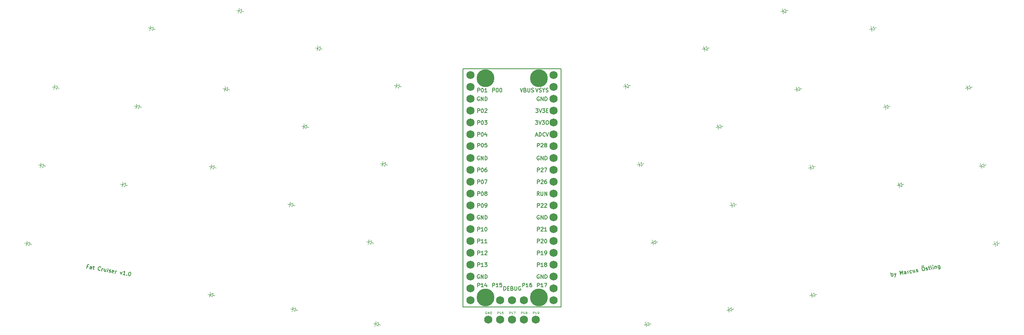
<source format=gbr>
%TF.GenerationSoftware,KiCad,Pcbnew,8.0.1*%
%TF.CreationDate,2024-05-10T10:41:52+02:00*%
%TF.ProjectId,main,6d61696e-2e6b-4696-9361-645f70636258,v1.0.0*%
%TF.SameCoordinates,Original*%
%TF.FileFunction,Legend,Top*%
%TF.FilePolarity,Positive*%
%FSLAX46Y46*%
G04 Gerber Fmt 4.6, Leading zero omitted, Abs format (unit mm)*
G04 Created by KiCad (PCBNEW 8.0.1) date 2024-05-10 10:41:52*
%MOMM*%
%LPD*%
G01*
G04 APERTURE LIST*
%ADD10C,0.150000*%
%ADD11C,0.125000*%
%ADD12C,0.100000*%
%ADD13C,3.800000*%
%ADD14C,1.752600*%
G04 APERTURE END LIST*
D10*
X148927006Y-91844713D02*
X148927006Y-91044713D01*
X148927006Y-91044713D02*
X149231768Y-91044713D01*
X149231768Y-91044713D02*
X149307958Y-91082808D01*
X149307958Y-91082808D02*
X149346053Y-91120903D01*
X149346053Y-91120903D02*
X149384149Y-91197094D01*
X149384149Y-91197094D02*
X149384149Y-91311379D01*
X149384149Y-91311379D02*
X149346053Y-91387570D01*
X149346053Y-91387570D02*
X149307958Y-91425665D01*
X149307958Y-91425665D02*
X149231768Y-91463760D01*
X149231768Y-91463760D02*
X148927006Y-91463760D01*
X150146053Y-91844713D02*
X149688910Y-91844713D01*
X149917482Y-91844713D02*
X149917482Y-91044713D01*
X149917482Y-91044713D02*
X149841291Y-91158998D01*
X149841291Y-91158998D02*
X149765101Y-91235189D01*
X149765101Y-91235189D02*
X149688910Y-91273284D01*
X150412720Y-91044713D02*
X150907958Y-91044713D01*
X150907958Y-91044713D02*
X150641292Y-91349475D01*
X150641292Y-91349475D02*
X150755577Y-91349475D01*
X150755577Y-91349475D02*
X150831768Y-91387570D01*
X150831768Y-91387570D02*
X150869863Y-91425665D01*
X150869863Y-91425665D02*
X150907958Y-91501856D01*
X150907958Y-91501856D02*
X150907958Y-91692332D01*
X150907958Y-91692332D02*
X150869863Y-91768522D01*
X150869863Y-91768522D02*
X150831768Y-91806618D01*
X150831768Y-91806618D02*
X150755577Y-91844713D01*
X150755577Y-91844713D02*
X150527006Y-91844713D01*
X150527006Y-91844713D02*
X150450815Y-91806618D01*
X150450815Y-91806618D02*
X150412720Y-91768522D01*
X148927006Y-66244713D02*
X148927006Y-65444713D01*
X148927006Y-65444713D02*
X149231768Y-65444713D01*
X149231768Y-65444713D02*
X149307958Y-65482808D01*
X149307958Y-65482808D02*
X149346053Y-65520903D01*
X149346053Y-65520903D02*
X149384149Y-65597094D01*
X149384149Y-65597094D02*
X149384149Y-65711379D01*
X149384149Y-65711379D02*
X149346053Y-65787570D01*
X149346053Y-65787570D02*
X149307958Y-65825665D01*
X149307958Y-65825665D02*
X149231768Y-65863760D01*
X149231768Y-65863760D02*
X148927006Y-65863760D01*
X149879387Y-65444713D02*
X149955577Y-65444713D01*
X149955577Y-65444713D02*
X150031768Y-65482808D01*
X150031768Y-65482808D02*
X150069863Y-65520903D01*
X150069863Y-65520903D02*
X150107958Y-65597094D01*
X150107958Y-65597094D02*
X150146053Y-65749475D01*
X150146053Y-65749475D02*
X150146053Y-65939951D01*
X150146053Y-65939951D02*
X150107958Y-66092332D01*
X150107958Y-66092332D02*
X150069863Y-66168522D01*
X150069863Y-66168522D02*
X150031768Y-66206618D01*
X150031768Y-66206618D02*
X149955577Y-66244713D01*
X149955577Y-66244713D02*
X149879387Y-66244713D01*
X149879387Y-66244713D02*
X149803196Y-66206618D01*
X149803196Y-66206618D02*
X149765101Y-66168522D01*
X149765101Y-66168522D02*
X149727006Y-66092332D01*
X149727006Y-66092332D02*
X149688910Y-65939951D01*
X149688910Y-65939951D02*
X149688910Y-65749475D01*
X149688910Y-65749475D02*
X149727006Y-65597094D01*
X149727006Y-65597094D02*
X149765101Y-65520903D01*
X149765101Y-65520903D02*
X149803196Y-65482808D01*
X149803196Y-65482808D02*
X149879387Y-65444713D01*
X150869863Y-65444713D02*
X150488911Y-65444713D01*
X150488911Y-65444713D02*
X150450815Y-65825665D01*
X150450815Y-65825665D02*
X150488911Y-65787570D01*
X150488911Y-65787570D02*
X150565101Y-65749475D01*
X150565101Y-65749475D02*
X150755577Y-65749475D01*
X150755577Y-65749475D02*
X150831768Y-65787570D01*
X150831768Y-65787570D02*
X150869863Y-65825665D01*
X150869863Y-65825665D02*
X150907958Y-65901856D01*
X150907958Y-65901856D02*
X150907958Y-66092332D01*
X150907958Y-66092332D02*
X150869863Y-66168522D01*
X150869863Y-66168522D02*
X150831768Y-66206618D01*
X150831768Y-66206618D02*
X150755577Y-66244713D01*
X150755577Y-66244713D02*
X150565101Y-66244713D01*
X150565101Y-66244713D02*
X150488911Y-66206618D01*
X150488911Y-66206618D02*
X150450815Y-66168522D01*
X148927006Y-96224713D02*
X148927006Y-95424713D01*
X148927006Y-95424713D02*
X149231768Y-95424713D01*
X149231768Y-95424713D02*
X149307958Y-95462808D01*
X149307958Y-95462808D02*
X149346053Y-95500903D01*
X149346053Y-95500903D02*
X149384149Y-95577094D01*
X149384149Y-95577094D02*
X149384149Y-95691379D01*
X149384149Y-95691379D02*
X149346053Y-95767570D01*
X149346053Y-95767570D02*
X149307958Y-95805665D01*
X149307958Y-95805665D02*
X149231768Y-95843760D01*
X149231768Y-95843760D02*
X148927006Y-95843760D01*
X150146053Y-96224713D02*
X149688910Y-96224713D01*
X149917482Y-96224713D02*
X149917482Y-95424713D01*
X149917482Y-95424713D02*
X149841291Y-95538998D01*
X149841291Y-95538998D02*
X149765101Y-95615189D01*
X149765101Y-95615189D02*
X149688910Y-95653284D01*
X150831768Y-95691379D02*
X150831768Y-96224713D01*
X150641292Y-95386618D02*
X150450815Y-95958046D01*
X150450815Y-95958046D02*
X150946054Y-95958046D01*
X161727006Y-79144713D02*
X161727006Y-78344713D01*
X161727006Y-78344713D02*
X162031768Y-78344713D01*
X162031768Y-78344713D02*
X162107958Y-78382808D01*
X162107958Y-78382808D02*
X162146053Y-78420903D01*
X162146053Y-78420903D02*
X162184149Y-78497094D01*
X162184149Y-78497094D02*
X162184149Y-78611379D01*
X162184149Y-78611379D02*
X162146053Y-78687570D01*
X162146053Y-78687570D02*
X162107958Y-78725665D01*
X162107958Y-78725665D02*
X162031768Y-78763760D01*
X162031768Y-78763760D02*
X161727006Y-78763760D01*
X162488910Y-78420903D02*
X162527006Y-78382808D01*
X162527006Y-78382808D02*
X162603196Y-78344713D01*
X162603196Y-78344713D02*
X162793672Y-78344713D01*
X162793672Y-78344713D02*
X162869863Y-78382808D01*
X162869863Y-78382808D02*
X162907958Y-78420903D01*
X162907958Y-78420903D02*
X162946053Y-78497094D01*
X162946053Y-78497094D02*
X162946053Y-78573284D01*
X162946053Y-78573284D02*
X162907958Y-78687570D01*
X162907958Y-78687570D02*
X162450815Y-79144713D01*
X162450815Y-79144713D02*
X162946053Y-79144713D01*
X163250815Y-78420903D02*
X163288911Y-78382808D01*
X163288911Y-78382808D02*
X163365101Y-78344713D01*
X163365101Y-78344713D02*
X163555577Y-78344713D01*
X163555577Y-78344713D02*
X163631768Y-78382808D01*
X163631768Y-78382808D02*
X163669863Y-78420903D01*
X163669863Y-78420903D02*
X163707958Y-78497094D01*
X163707958Y-78497094D02*
X163707958Y-78573284D01*
X163707958Y-78573284D02*
X163669863Y-78687570D01*
X163669863Y-78687570D02*
X163212720Y-79144713D01*
X163212720Y-79144713D02*
X163707958Y-79144713D01*
X161288911Y-60564713D02*
X161784149Y-60564713D01*
X161784149Y-60564713D02*
X161517483Y-60869475D01*
X161517483Y-60869475D02*
X161631768Y-60869475D01*
X161631768Y-60869475D02*
X161707959Y-60907570D01*
X161707959Y-60907570D02*
X161746054Y-60945665D01*
X161746054Y-60945665D02*
X161784149Y-61021856D01*
X161784149Y-61021856D02*
X161784149Y-61212332D01*
X161784149Y-61212332D02*
X161746054Y-61288522D01*
X161746054Y-61288522D02*
X161707959Y-61326618D01*
X161707959Y-61326618D02*
X161631768Y-61364713D01*
X161631768Y-61364713D02*
X161403197Y-61364713D01*
X161403197Y-61364713D02*
X161327006Y-61326618D01*
X161327006Y-61326618D02*
X161288911Y-61288522D01*
X162012721Y-60564713D02*
X162279388Y-61364713D01*
X162279388Y-61364713D02*
X162546054Y-60564713D01*
X162736530Y-60564713D02*
X163231768Y-60564713D01*
X163231768Y-60564713D02*
X162965102Y-60869475D01*
X162965102Y-60869475D02*
X163079387Y-60869475D01*
X163079387Y-60869475D02*
X163155578Y-60907570D01*
X163155578Y-60907570D02*
X163193673Y-60945665D01*
X163193673Y-60945665D02*
X163231768Y-61021856D01*
X163231768Y-61021856D02*
X163231768Y-61212332D01*
X163231768Y-61212332D02*
X163193673Y-61288522D01*
X163193673Y-61288522D02*
X163155578Y-61326618D01*
X163155578Y-61326618D02*
X163079387Y-61364713D01*
X163079387Y-61364713D02*
X162850816Y-61364713D01*
X162850816Y-61364713D02*
X162774625Y-61326618D01*
X162774625Y-61326618D02*
X162736530Y-61288522D01*
X163727007Y-60564713D02*
X163879388Y-60564713D01*
X163879388Y-60564713D02*
X163955578Y-60602808D01*
X163955578Y-60602808D02*
X164031769Y-60678998D01*
X164031769Y-60678998D02*
X164069864Y-60831379D01*
X164069864Y-60831379D02*
X164069864Y-61098046D01*
X164069864Y-61098046D02*
X164031769Y-61250427D01*
X164031769Y-61250427D02*
X163955578Y-61326618D01*
X163955578Y-61326618D02*
X163879388Y-61364713D01*
X163879388Y-61364713D02*
X163727007Y-61364713D01*
X163727007Y-61364713D02*
X163650816Y-61326618D01*
X163650816Y-61326618D02*
X163574626Y-61250427D01*
X163574626Y-61250427D02*
X163536530Y-61098046D01*
X163536530Y-61098046D02*
X163536530Y-60831379D01*
X163536530Y-60831379D02*
X163574626Y-60678998D01*
X163574626Y-60678998D02*
X163650816Y-60602808D01*
X163650816Y-60602808D02*
X163727007Y-60564713D01*
X148927006Y-89304713D02*
X148927006Y-88504713D01*
X148927006Y-88504713D02*
X149231768Y-88504713D01*
X149231768Y-88504713D02*
X149307958Y-88542808D01*
X149307958Y-88542808D02*
X149346053Y-88580903D01*
X149346053Y-88580903D02*
X149384149Y-88657094D01*
X149384149Y-88657094D02*
X149384149Y-88771379D01*
X149384149Y-88771379D02*
X149346053Y-88847570D01*
X149346053Y-88847570D02*
X149307958Y-88885665D01*
X149307958Y-88885665D02*
X149231768Y-88923760D01*
X149231768Y-88923760D02*
X148927006Y-88923760D01*
X150146053Y-89304713D02*
X149688910Y-89304713D01*
X149917482Y-89304713D02*
X149917482Y-88504713D01*
X149917482Y-88504713D02*
X149841291Y-88618998D01*
X149841291Y-88618998D02*
X149765101Y-88695189D01*
X149765101Y-88695189D02*
X149688910Y-88733284D01*
X150450815Y-88580903D02*
X150488911Y-88542808D01*
X150488911Y-88542808D02*
X150565101Y-88504713D01*
X150565101Y-88504713D02*
X150755577Y-88504713D01*
X150755577Y-88504713D02*
X150831768Y-88542808D01*
X150831768Y-88542808D02*
X150869863Y-88580903D01*
X150869863Y-88580903D02*
X150907958Y-88657094D01*
X150907958Y-88657094D02*
X150907958Y-88733284D01*
X150907958Y-88733284D02*
X150869863Y-88847570D01*
X150869863Y-88847570D02*
X150412720Y-89304713D01*
X150412720Y-89304713D02*
X150907958Y-89304713D01*
X161327006Y-53644713D02*
X161593673Y-54444713D01*
X161593673Y-54444713D02*
X161860339Y-53644713D01*
X162088910Y-54406618D02*
X162203196Y-54444713D01*
X162203196Y-54444713D02*
X162393672Y-54444713D01*
X162393672Y-54444713D02*
X162469863Y-54406618D01*
X162469863Y-54406618D02*
X162507958Y-54368522D01*
X162507958Y-54368522D02*
X162546053Y-54292332D01*
X162546053Y-54292332D02*
X162546053Y-54216141D01*
X162546053Y-54216141D02*
X162507958Y-54139951D01*
X162507958Y-54139951D02*
X162469863Y-54101856D01*
X162469863Y-54101856D02*
X162393672Y-54063760D01*
X162393672Y-54063760D02*
X162241291Y-54025665D01*
X162241291Y-54025665D02*
X162165101Y-53987570D01*
X162165101Y-53987570D02*
X162127006Y-53949475D01*
X162127006Y-53949475D02*
X162088910Y-53873284D01*
X162088910Y-53873284D02*
X162088910Y-53797094D01*
X162088910Y-53797094D02*
X162127006Y-53720903D01*
X162127006Y-53720903D02*
X162165101Y-53682808D01*
X162165101Y-53682808D02*
X162241291Y-53644713D01*
X162241291Y-53644713D02*
X162431768Y-53644713D01*
X162431768Y-53644713D02*
X162546053Y-53682808D01*
X163041292Y-54063760D02*
X163041292Y-54444713D01*
X162774625Y-53644713D02*
X163041292Y-54063760D01*
X163041292Y-54063760D02*
X163307958Y-53644713D01*
X163536529Y-54406618D02*
X163650815Y-54444713D01*
X163650815Y-54444713D02*
X163841291Y-54444713D01*
X163841291Y-54444713D02*
X163917482Y-54406618D01*
X163917482Y-54406618D02*
X163955577Y-54368522D01*
X163955577Y-54368522D02*
X163993672Y-54292332D01*
X163993672Y-54292332D02*
X163993672Y-54216141D01*
X163993672Y-54216141D02*
X163955577Y-54139951D01*
X163955577Y-54139951D02*
X163917482Y-54101856D01*
X163917482Y-54101856D02*
X163841291Y-54063760D01*
X163841291Y-54063760D02*
X163688910Y-54025665D01*
X163688910Y-54025665D02*
X163612720Y-53987570D01*
X163612720Y-53987570D02*
X163574625Y-53949475D01*
X163574625Y-53949475D02*
X163536529Y-53873284D01*
X163536529Y-53873284D02*
X163536529Y-53797094D01*
X163536529Y-53797094D02*
X163574625Y-53720903D01*
X163574625Y-53720903D02*
X163612720Y-53682808D01*
X163612720Y-53682808D02*
X163688910Y-53644713D01*
X163688910Y-53644713D02*
X163879387Y-53644713D01*
X163879387Y-53644713D02*
X163993672Y-53682808D01*
X149288911Y-80922808D02*
X149212721Y-80884713D01*
X149212721Y-80884713D02*
X149098435Y-80884713D01*
X149098435Y-80884713D02*
X148984149Y-80922808D01*
X148984149Y-80922808D02*
X148907959Y-80998998D01*
X148907959Y-80998998D02*
X148869864Y-81075189D01*
X148869864Y-81075189D02*
X148831768Y-81227570D01*
X148831768Y-81227570D02*
X148831768Y-81341856D01*
X148831768Y-81341856D02*
X148869864Y-81494237D01*
X148869864Y-81494237D02*
X148907959Y-81570427D01*
X148907959Y-81570427D02*
X148984149Y-81646618D01*
X148984149Y-81646618D02*
X149098435Y-81684713D01*
X149098435Y-81684713D02*
X149174626Y-81684713D01*
X149174626Y-81684713D02*
X149288911Y-81646618D01*
X149288911Y-81646618D02*
X149327007Y-81608522D01*
X149327007Y-81608522D02*
X149327007Y-81341856D01*
X149327007Y-81341856D02*
X149174626Y-81341856D01*
X149669864Y-81684713D02*
X149669864Y-80884713D01*
X149669864Y-80884713D02*
X150127007Y-81684713D01*
X150127007Y-81684713D02*
X150127007Y-80884713D01*
X150507959Y-81684713D02*
X150507959Y-80884713D01*
X150507959Y-80884713D02*
X150698435Y-80884713D01*
X150698435Y-80884713D02*
X150812721Y-80922808D01*
X150812721Y-80922808D02*
X150888911Y-80998998D01*
X150888911Y-80998998D02*
X150927006Y-81075189D01*
X150927006Y-81075189D02*
X150965102Y-81227570D01*
X150965102Y-81227570D02*
X150965102Y-81341856D01*
X150965102Y-81341856D02*
X150927006Y-81494237D01*
X150927006Y-81494237D02*
X150888911Y-81570427D01*
X150888911Y-81570427D02*
X150812721Y-81646618D01*
X150812721Y-81646618D02*
X150698435Y-81684713D01*
X150698435Y-81684713D02*
X150507959Y-81684713D01*
X148927006Y-86764714D02*
X148927006Y-85964714D01*
X148927006Y-85964714D02*
X149231768Y-85964714D01*
X149231768Y-85964714D02*
X149307958Y-86002809D01*
X149307958Y-86002809D02*
X149346053Y-86040904D01*
X149346053Y-86040904D02*
X149384149Y-86117095D01*
X149384149Y-86117095D02*
X149384149Y-86231380D01*
X149384149Y-86231380D02*
X149346053Y-86307571D01*
X149346053Y-86307571D02*
X149307958Y-86345666D01*
X149307958Y-86345666D02*
X149231768Y-86383761D01*
X149231768Y-86383761D02*
X148927006Y-86383761D01*
X150146053Y-86764714D02*
X149688910Y-86764714D01*
X149917482Y-86764714D02*
X149917482Y-85964714D01*
X149917482Y-85964714D02*
X149841291Y-86078999D01*
X149841291Y-86078999D02*
X149765101Y-86155190D01*
X149765101Y-86155190D02*
X149688910Y-86193285D01*
X150907958Y-86764714D02*
X150450815Y-86764714D01*
X150679387Y-86764714D02*
X150679387Y-85964714D01*
X150679387Y-85964714D02*
X150603196Y-86078999D01*
X150603196Y-86078999D02*
X150527006Y-86155190D01*
X150527006Y-86155190D02*
X150450815Y-86193285D01*
X148927006Y-76604714D02*
X148927006Y-75804714D01*
X148927006Y-75804714D02*
X149231768Y-75804714D01*
X149231768Y-75804714D02*
X149307958Y-75842809D01*
X149307958Y-75842809D02*
X149346053Y-75880904D01*
X149346053Y-75880904D02*
X149384149Y-75957095D01*
X149384149Y-75957095D02*
X149384149Y-76071380D01*
X149384149Y-76071380D02*
X149346053Y-76147571D01*
X149346053Y-76147571D02*
X149307958Y-76185666D01*
X149307958Y-76185666D02*
X149231768Y-76223761D01*
X149231768Y-76223761D02*
X148927006Y-76223761D01*
X149879387Y-75804714D02*
X149955577Y-75804714D01*
X149955577Y-75804714D02*
X150031768Y-75842809D01*
X150031768Y-75842809D02*
X150069863Y-75880904D01*
X150069863Y-75880904D02*
X150107958Y-75957095D01*
X150107958Y-75957095D02*
X150146053Y-76109476D01*
X150146053Y-76109476D02*
X150146053Y-76299952D01*
X150146053Y-76299952D02*
X150107958Y-76452333D01*
X150107958Y-76452333D02*
X150069863Y-76528523D01*
X150069863Y-76528523D02*
X150031768Y-76566619D01*
X150031768Y-76566619D02*
X149955577Y-76604714D01*
X149955577Y-76604714D02*
X149879387Y-76604714D01*
X149879387Y-76604714D02*
X149803196Y-76566619D01*
X149803196Y-76566619D02*
X149765101Y-76528523D01*
X149765101Y-76528523D02*
X149727006Y-76452333D01*
X149727006Y-76452333D02*
X149688910Y-76299952D01*
X149688910Y-76299952D02*
X149688910Y-76109476D01*
X149688910Y-76109476D02*
X149727006Y-75957095D01*
X149727006Y-75957095D02*
X149765101Y-75880904D01*
X149765101Y-75880904D02*
X149803196Y-75842809D01*
X149803196Y-75842809D02*
X149879387Y-75804714D01*
X150603196Y-76147571D02*
X150527006Y-76109476D01*
X150527006Y-76109476D02*
X150488911Y-76071380D01*
X150488911Y-76071380D02*
X150450815Y-75995190D01*
X150450815Y-75995190D02*
X150450815Y-75957095D01*
X150450815Y-75957095D02*
X150488911Y-75880904D01*
X150488911Y-75880904D02*
X150527006Y-75842809D01*
X150527006Y-75842809D02*
X150603196Y-75804714D01*
X150603196Y-75804714D02*
X150755577Y-75804714D01*
X150755577Y-75804714D02*
X150831768Y-75842809D01*
X150831768Y-75842809D02*
X150869863Y-75880904D01*
X150869863Y-75880904D02*
X150907958Y-75957095D01*
X150907958Y-75957095D02*
X150907958Y-75995190D01*
X150907958Y-75995190D02*
X150869863Y-76071380D01*
X150869863Y-76071380D02*
X150831768Y-76109476D01*
X150831768Y-76109476D02*
X150755577Y-76147571D01*
X150755577Y-76147571D02*
X150603196Y-76147571D01*
X150603196Y-76147571D02*
X150527006Y-76185666D01*
X150527006Y-76185666D02*
X150488911Y-76223761D01*
X150488911Y-76223761D02*
X150450815Y-76299952D01*
X150450815Y-76299952D02*
X150450815Y-76452333D01*
X150450815Y-76452333D02*
X150488911Y-76528523D01*
X150488911Y-76528523D02*
X150527006Y-76566619D01*
X150527006Y-76566619D02*
X150603196Y-76604714D01*
X150603196Y-76604714D02*
X150755577Y-76604714D01*
X150755577Y-76604714D02*
X150831768Y-76566619D01*
X150831768Y-76566619D02*
X150869863Y-76528523D01*
X150869863Y-76528523D02*
X150907958Y-76452333D01*
X150907958Y-76452333D02*
X150907958Y-76299952D01*
X150907958Y-76299952D02*
X150869863Y-76223761D01*
X150869863Y-76223761D02*
X150831768Y-76185666D01*
X150831768Y-76185666D02*
X150755577Y-76147571D01*
X154507959Y-96924713D02*
X154507959Y-96124713D01*
X154507959Y-96124713D02*
X154698435Y-96124713D01*
X154698435Y-96124713D02*
X154812721Y-96162808D01*
X154812721Y-96162808D02*
X154888911Y-96238998D01*
X154888911Y-96238998D02*
X154927006Y-96315189D01*
X154927006Y-96315189D02*
X154965102Y-96467570D01*
X154965102Y-96467570D02*
X154965102Y-96581856D01*
X154965102Y-96581856D02*
X154927006Y-96734237D01*
X154927006Y-96734237D02*
X154888911Y-96810427D01*
X154888911Y-96810427D02*
X154812721Y-96886618D01*
X154812721Y-96886618D02*
X154698435Y-96924713D01*
X154698435Y-96924713D02*
X154507959Y-96924713D01*
X155307959Y-96505665D02*
X155574625Y-96505665D01*
X155688911Y-96924713D02*
X155307959Y-96924713D01*
X155307959Y-96924713D02*
X155307959Y-96124713D01*
X155307959Y-96124713D02*
X155688911Y-96124713D01*
X156298435Y-96505665D02*
X156412721Y-96543760D01*
X156412721Y-96543760D02*
X156450816Y-96581856D01*
X156450816Y-96581856D02*
X156488912Y-96658046D01*
X156488912Y-96658046D02*
X156488912Y-96772332D01*
X156488912Y-96772332D02*
X156450816Y-96848522D01*
X156450816Y-96848522D02*
X156412721Y-96886618D01*
X156412721Y-96886618D02*
X156336531Y-96924713D01*
X156336531Y-96924713D02*
X156031769Y-96924713D01*
X156031769Y-96924713D02*
X156031769Y-96124713D01*
X156031769Y-96124713D02*
X156298435Y-96124713D01*
X156298435Y-96124713D02*
X156374626Y-96162808D01*
X156374626Y-96162808D02*
X156412721Y-96200903D01*
X156412721Y-96200903D02*
X156450816Y-96277094D01*
X156450816Y-96277094D02*
X156450816Y-96353284D01*
X156450816Y-96353284D02*
X156412721Y-96429475D01*
X156412721Y-96429475D02*
X156374626Y-96467570D01*
X156374626Y-96467570D02*
X156298435Y-96505665D01*
X156298435Y-96505665D02*
X156031769Y-96505665D01*
X156831769Y-96124713D02*
X156831769Y-96772332D01*
X156831769Y-96772332D02*
X156869864Y-96848522D01*
X156869864Y-96848522D02*
X156907959Y-96886618D01*
X156907959Y-96886618D02*
X156984150Y-96924713D01*
X156984150Y-96924713D02*
X157136531Y-96924713D01*
X157136531Y-96924713D02*
X157212721Y-96886618D01*
X157212721Y-96886618D02*
X157250816Y-96848522D01*
X157250816Y-96848522D02*
X157288912Y-96772332D01*
X157288912Y-96772332D02*
X157288912Y-96124713D01*
X158088911Y-96162808D02*
X158012721Y-96124713D01*
X158012721Y-96124713D02*
X157898435Y-96124713D01*
X157898435Y-96124713D02*
X157784149Y-96162808D01*
X157784149Y-96162808D02*
X157707959Y-96238998D01*
X157707959Y-96238998D02*
X157669864Y-96315189D01*
X157669864Y-96315189D02*
X157631768Y-96467570D01*
X157631768Y-96467570D02*
X157631768Y-96581856D01*
X157631768Y-96581856D02*
X157669864Y-96734237D01*
X157669864Y-96734237D02*
X157707959Y-96810427D01*
X157707959Y-96810427D02*
X157784149Y-96886618D01*
X157784149Y-96886618D02*
X157898435Y-96924713D01*
X157898435Y-96924713D02*
X157974626Y-96924713D01*
X157974626Y-96924713D02*
X158088911Y-96886618D01*
X158088911Y-96886618D02*
X158127007Y-96848522D01*
X158127007Y-96848522D02*
X158127007Y-96581856D01*
X158127007Y-96581856D02*
X157974626Y-96581856D01*
X149288911Y-55522808D02*
X149212721Y-55484713D01*
X149212721Y-55484713D02*
X149098435Y-55484713D01*
X149098435Y-55484713D02*
X148984149Y-55522808D01*
X148984149Y-55522808D02*
X148907959Y-55598998D01*
X148907959Y-55598998D02*
X148869864Y-55675189D01*
X148869864Y-55675189D02*
X148831768Y-55827570D01*
X148831768Y-55827570D02*
X148831768Y-55941856D01*
X148831768Y-55941856D02*
X148869864Y-56094237D01*
X148869864Y-56094237D02*
X148907959Y-56170427D01*
X148907959Y-56170427D02*
X148984149Y-56246618D01*
X148984149Y-56246618D02*
X149098435Y-56284713D01*
X149098435Y-56284713D02*
X149174626Y-56284713D01*
X149174626Y-56284713D02*
X149288911Y-56246618D01*
X149288911Y-56246618D02*
X149327007Y-56208522D01*
X149327007Y-56208522D02*
X149327007Y-55941856D01*
X149327007Y-55941856D02*
X149174626Y-55941856D01*
X149669864Y-56284713D02*
X149669864Y-55484713D01*
X149669864Y-55484713D02*
X150127007Y-56284713D01*
X150127007Y-56284713D02*
X150127007Y-55484713D01*
X150507959Y-56284713D02*
X150507959Y-55484713D01*
X150507959Y-55484713D02*
X150698435Y-55484713D01*
X150698435Y-55484713D02*
X150812721Y-55522808D01*
X150812721Y-55522808D02*
X150888911Y-55598998D01*
X150888911Y-55598998D02*
X150927006Y-55675189D01*
X150927006Y-55675189D02*
X150965102Y-55827570D01*
X150965102Y-55827570D02*
X150965102Y-55941856D01*
X150965102Y-55941856D02*
X150927006Y-56094237D01*
X150927006Y-56094237D02*
X150888911Y-56170427D01*
X150888911Y-56170427D02*
X150812721Y-56246618D01*
X150812721Y-56246618D02*
X150698435Y-56284713D01*
X150698435Y-56284713D02*
X150507959Y-56284713D01*
X161727006Y-71524713D02*
X161727006Y-70724713D01*
X161727006Y-70724713D02*
X162031768Y-70724713D01*
X162031768Y-70724713D02*
X162107958Y-70762808D01*
X162107958Y-70762808D02*
X162146053Y-70800903D01*
X162146053Y-70800903D02*
X162184149Y-70877094D01*
X162184149Y-70877094D02*
X162184149Y-70991379D01*
X162184149Y-70991379D02*
X162146053Y-71067570D01*
X162146053Y-71067570D02*
X162107958Y-71105665D01*
X162107958Y-71105665D02*
X162031768Y-71143760D01*
X162031768Y-71143760D02*
X161727006Y-71143760D01*
X162488910Y-70800903D02*
X162527006Y-70762808D01*
X162527006Y-70762808D02*
X162603196Y-70724713D01*
X162603196Y-70724713D02*
X162793672Y-70724713D01*
X162793672Y-70724713D02*
X162869863Y-70762808D01*
X162869863Y-70762808D02*
X162907958Y-70800903D01*
X162907958Y-70800903D02*
X162946053Y-70877094D01*
X162946053Y-70877094D02*
X162946053Y-70953284D01*
X162946053Y-70953284D02*
X162907958Y-71067570D01*
X162907958Y-71067570D02*
X162450815Y-71524713D01*
X162450815Y-71524713D02*
X162946053Y-71524713D01*
X163212720Y-70724713D02*
X163746054Y-70724713D01*
X163746054Y-70724713D02*
X163403196Y-71524713D01*
X148927006Y-58824713D02*
X148927006Y-58024713D01*
X148927006Y-58024713D02*
X149231768Y-58024713D01*
X149231768Y-58024713D02*
X149307958Y-58062808D01*
X149307958Y-58062808D02*
X149346053Y-58100903D01*
X149346053Y-58100903D02*
X149384149Y-58177094D01*
X149384149Y-58177094D02*
X149384149Y-58291379D01*
X149384149Y-58291379D02*
X149346053Y-58367570D01*
X149346053Y-58367570D02*
X149307958Y-58405665D01*
X149307958Y-58405665D02*
X149231768Y-58443760D01*
X149231768Y-58443760D02*
X148927006Y-58443760D01*
X149879387Y-58024713D02*
X149955577Y-58024713D01*
X149955577Y-58024713D02*
X150031768Y-58062808D01*
X150031768Y-58062808D02*
X150069863Y-58100903D01*
X150069863Y-58100903D02*
X150107958Y-58177094D01*
X150107958Y-58177094D02*
X150146053Y-58329475D01*
X150146053Y-58329475D02*
X150146053Y-58519951D01*
X150146053Y-58519951D02*
X150107958Y-58672332D01*
X150107958Y-58672332D02*
X150069863Y-58748522D01*
X150069863Y-58748522D02*
X150031768Y-58786618D01*
X150031768Y-58786618D02*
X149955577Y-58824713D01*
X149955577Y-58824713D02*
X149879387Y-58824713D01*
X149879387Y-58824713D02*
X149803196Y-58786618D01*
X149803196Y-58786618D02*
X149765101Y-58748522D01*
X149765101Y-58748522D02*
X149727006Y-58672332D01*
X149727006Y-58672332D02*
X149688910Y-58519951D01*
X149688910Y-58519951D02*
X149688910Y-58329475D01*
X149688910Y-58329475D02*
X149727006Y-58177094D01*
X149727006Y-58177094D02*
X149765101Y-58100903D01*
X149765101Y-58100903D02*
X149803196Y-58062808D01*
X149803196Y-58062808D02*
X149879387Y-58024713D01*
X150450815Y-58100903D02*
X150488911Y-58062808D01*
X150488911Y-58062808D02*
X150565101Y-58024713D01*
X150565101Y-58024713D02*
X150755577Y-58024713D01*
X150755577Y-58024713D02*
X150831768Y-58062808D01*
X150831768Y-58062808D02*
X150869863Y-58100903D01*
X150869863Y-58100903D02*
X150907958Y-58177094D01*
X150907958Y-58177094D02*
X150907958Y-58253284D01*
X150907958Y-58253284D02*
X150869863Y-58367570D01*
X150869863Y-58367570D02*
X150412720Y-58824713D01*
X150412720Y-58824713D02*
X150907958Y-58824713D01*
X161727006Y-66244713D02*
X161727006Y-65444713D01*
X161727006Y-65444713D02*
X162031768Y-65444713D01*
X162031768Y-65444713D02*
X162107958Y-65482808D01*
X162107958Y-65482808D02*
X162146053Y-65520903D01*
X162146053Y-65520903D02*
X162184149Y-65597094D01*
X162184149Y-65597094D02*
X162184149Y-65711379D01*
X162184149Y-65711379D02*
X162146053Y-65787570D01*
X162146053Y-65787570D02*
X162107958Y-65825665D01*
X162107958Y-65825665D02*
X162031768Y-65863760D01*
X162031768Y-65863760D02*
X161727006Y-65863760D01*
X162488910Y-65520903D02*
X162527006Y-65482808D01*
X162527006Y-65482808D02*
X162603196Y-65444713D01*
X162603196Y-65444713D02*
X162793672Y-65444713D01*
X162793672Y-65444713D02*
X162869863Y-65482808D01*
X162869863Y-65482808D02*
X162907958Y-65520903D01*
X162907958Y-65520903D02*
X162946053Y-65597094D01*
X162946053Y-65597094D02*
X162946053Y-65673284D01*
X162946053Y-65673284D02*
X162907958Y-65787570D01*
X162907958Y-65787570D02*
X162450815Y-66244713D01*
X162450815Y-66244713D02*
X162946053Y-66244713D01*
X163403196Y-65787570D02*
X163327006Y-65749475D01*
X163327006Y-65749475D02*
X163288911Y-65711379D01*
X163288911Y-65711379D02*
X163250815Y-65635189D01*
X163250815Y-65635189D02*
X163250815Y-65597094D01*
X163250815Y-65597094D02*
X163288911Y-65520903D01*
X163288911Y-65520903D02*
X163327006Y-65482808D01*
X163327006Y-65482808D02*
X163403196Y-65444713D01*
X163403196Y-65444713D02*
X163555577Y-65444713D01*
X163555577Y-65444713D02*
X163631768Y-65482808D01*
X163631768Y-65482808D02*
X163669863Y-65520903D01*
X163669863Y-65520903D02*
X163707958Y-65597094D01*
X163707958Y-65597094D02*
X163707958Y-65635189D01*
X163707958Y-65635189D02*
X163669863Y-65711379D01*
X163669863Y-65711379D02*
X163631768Y-65749475D01*
X163631768Y-65749475D02*
X163555577Y-65787570D01*
X163555577Y-65787570D02*
X163403196Y-65787570D01*
X163403196Y-65787570D02*
X163327006Y-65825665D01*
X163327006Y-65825665D02*
X163288911Y-65863760D01*
X163288911Y-65863760D02*
X163250815Y-65939951D01*
X163250815Y-65939951D02*
X163250815Y-66092332D01*
X163250815Y-66092332D02*
X163288911Y-66168522D01*
X163288911Y-66168522D02*
X163327006Y-66206618D01*
X163327006Y-66206618D02*
X163403196Y-66244713D01*
X163403196Y-66244713D02*
X163555577Y-66244713D01*
X163555577Y-66244713D02*
X163631768Y-66206618D01*
X163631768Y-66206618D02*
X163669863Y-66168522D01*
X163669863Y-66168522D02*
X163707958Y-66092332D01*
X163707958Y-66092332D02*
X163707958Y-65939951D01*
X163707958Y-65939951D02*
X163669863Y-65863760D01*
X163669863Y-65863760D02*
X163631768Y-65825665D01*
X163631768Y-65825665D02*
X163555577Y-65787570D01*
X162107959Y-76604714D02*
X161841292Y-76223761D01*
X161650816Y-76604714D02*
X161650816Y-75804714D01*
X161650816Y-75804714D02*
X161955578Y-75804714D01*
X161955578Y-75804714D02*
X162031768Y-75842809D01*
X162031768Y-75842809D02*
X162069863Y-75880904D01*
X162069863Y-75880904D02*
X162107959Y-75957095D01*
X162107959Y-75957095D02*
X162107959Y-76071380D01*
X162107959Y-76071380D02*
X162069863Y-76147571D01*
X162069863Y-76147571D02*
X162031768Y-76185666D01*
X162031768Y-76185666D02*
X161955578Y-76223761D01*
X161955578Y-76223761D02*
X161650816Y-76223761D01*
X162450816Y-75804714D02*
X162450816Y-76452333D01*
X162450816Y-76452333D02*
X162488911Y-76528523D01*
X162488911Y-76528523D02*
X162527006Y-76566619D01*
X162527006Y-76566619D02*
X162603197Y-76604714D01*
X162603197Y-76604714D02*
X162755578Y-76604714D01*
X162755578Y-76604714D02*
X162831768Y-76566619D01*
X162831768Y-76566619D02*
X162869863Y-76528523D01*
X162869863Y-76528523D02*
X162907959Y-76452333D01*
X162907959Y-76452333D02*
X162907959Y-75804714D01*
X163288911Y-76604714D02*
X163288911Y-75804714D01*
X163288911Y-75804714D02*
X163746054Y-76604714D01*
X163746054Y-76604714D02*
X163746054Y-75804714D01*
X148927006Y-71524713D02*
X148927006Y-70724713D01*
X148927006Y-70724713D02*
X149231768Y-70724713D01*
X149231768Y-70724713D02*
X149307958Y-70762808D01*
X149307958Y-70762808D02*
X149346053Y-70800903D01*
X149346053Y-70800903D02*
X149384149Y-70877094D01*
X149384149Y-70877094D02*
X149384149Y-70991379D01*
X149384149Y-70991379D02*
X149346053Y-71067570D01*
X149346053Y-71067570D02*
X149307958Y-71105665D01*
X149307958Y-71105665D02*
X149231768Y-71143760D01*
X149231768Y-71143760D02*
X148927006Y-71143760D01*
X149879387Y-70724713D02*
X149955577Y-70724713D01*
X149955577Y-70724713D02*
X150031768Y-70762808D01*
X150031768Y-70762808D02*
X150069863Y-70800903D01*
X150069863Y-70800903D02*
X150107958Y-70877094D01*
X150107958Y-70877094D02*
X150146053Y-71029475D01*
X150146053Y-71029475D02*
X150146053Y-71219951D01*
X150146053Y-71219951D02*
X150107958Y-71372332D01*
X150107958Y-71372332D02*
X150069863Y-71448522D01*
X150069863Y-71448522D02*
X150031768Y-71486618D01*
X150031768Y-71486618D02*
X149955577Y-71524713D01*
X149955577Y-71524713D02*
X149879387Y-71524713D01*
X149879387Y-71524713D02*
X149803196Y-71486618D01*
X149803196Y-71486618D02*
X149765101Y-71448522D01*
X149765101Y-71448522D02*
X149727006Y-71372332D01*
X149727006Y-71372332D02*
X149688910Y-71219951D01*
X149688910Y-71219951D02*
X149688910Y-71029475D01*
X149688910Y-71029475D02*
X149727006Y-70877094D01*
X149727006Y-70877094D02*
X149765101Y-70800903D01*
X149765101Y-70800903D02*
X149803196Y-70762808D01*
X149803196Y-70762808D02*
X149879387Y-70724713D01*
X150831768Y-70724713D02*
X150679387Y-70724713D01*
X150679387Y-70724713D02*
X150603196Y-70762808D01*
X150603196Y-70762808D02*
X150565101Y-70800903D01*
X150565101Y-70800903D02*
X150488911Y-70915189D01*
X150488911Y-70915189D02*
X150450815Y-71067570D01*
X150450815Y-71067570D02*
X150450815Y-71372332D01*
X150450815Y-71372332D02*
X150488911Y-71448522D01*
X150488911Y-71448522D02*
X150527006Y-71486618D01*
X150527006Y-71486618D02*
X150603196Y-71524713D01*
X150603196Y-71524713D02*
X150755577Y-71524713D01*
X150755577Y-71524713D02*
X150831768Y-71486618D01*
X150831768Y-71486618D02*
X150869863Y-71448522D01*
X150869863Y-71448522D02*
X150907958Y-71372332D01*
X150907958Y-71372332D02*
X150907958Y-71181856D01*
X150907958Y-71181856D02*
X150869863Y-71105665D01*
X150869863Y-71105665D02*
X150831768Y-71067570D01*
X150831768Y-71067570D02*
X150755577Y-71029475D01*
X150755577Y-71029475D02*
X150603196Y-71029475D01*
X150603196Y-71029475D02*
X150527006Y-71067570D01*
X150527006Y-71067570D02*
X150488911Y-71105665D01*
X150488911Y-71105665D02*
X150450815Y-71181856D01*
X148927006Y-84224713D02*
X148927006Y-83424713D01*
X148927006Y-83424713D02*
X149231768Y-83424713D01*
X149231768Y-83424713D02*
X149307958Y-83462808D01*
X149307958Y-83462808D02*
X149346053Y-83500903D01*
X149346053Y-83500903D02*
X149384149Y-83577094D01*
X149384149Y-83577094D02*
X149384149Y-83691379D01*
X149384149Y-83691379D02*
X149346053Y-83767570D01*
X149346053Y-83767570D02*
X149307958Y-83805665D01*
X149307958Y-83805665D02*
X149231768Y-83843760D01*
X149231768Y-83843760D02*
X148927006Y-83843760D01*
X150146053Y-84224713D02*
X149688910Y-84224713D01*
X149917482Y-84224713D02*
X149917482Y-83424713D01*
X149917482Y-83424713D02*
X149841291Y-83538998D01*
X149841291Y-83538998D02*
X149765101Y-83615189D01*
X149765101Y-83615189D02*
X149688910Y-83653284D01*
X150641292Y-83424713D02*
X150717482Y-83424713D01*
X150717482Y-83424713D02*
X150793673Y-83462808D01*
X150793673Y-83462808D02*
X150831768Y-83500903D01*
X150831768Y-83500903D02*
X150869863Y-83577094D01*
X150869863Y-83577094D02*
X150907958Y-83729475D01*
X150907958Y-83729475D02*
X150907958Y-83919951D01*
X150907958Y-83919951D02*
X150869863Y-84072332D01*
X150869863Y-84072332D02*
X150831768Y-84148522D01*
X150831768Y-84148522D02*
X150793673Y-84186618D01*
X150793673Y-84186618D02*
X150717482Y-84224713D01*
X150717482Y-84224713D02*
X150641292Y-84224713D01*
X150641292Y-84224713D02*
X150565101Y-84186618D01*
X150565101Y-84186618D02*
X150527006Y-84148522D01*
X150527006Y-84148522D02*
X150488911Y-84072332D01*
X150488911Y-84072332D02*
X150450815Y-83919951D01*
X150450815Y-83919951D02*
X150450815Y-83729475D01*
X150450815Y-83729475D02*
X150488911Y-83577094D01*
X150488911Y-83577094D02*
X150527006Y-83500903D01*
X150527006Y-83500903D02*
X150565101Y-83462808D01*
X150565101Y-83462808D02*
X150641292Y-83424713D01*
X148927006Y-54444712D02*
X148927006Y-53644712D01*
X148927006Y-53644712D02*
X149231768Y-53644712D01*
X149231768Y-53644712D02*
X149307958Y-53682807D01*
X149307958Y-53682807D02*
X149346053Y-53720902D01*
X149346053Y-53720902D02*
X149384149Y-53797093D01*
X149384149Y-53797093D02*
X149384149Y-53911378D01*
X149384149Y-53911378D02*
X149346053Y-53987569D01*
X149346053Y-53987569D02*
X149307958Y-54025664D01*
X149307958Y-54025664D02*
X149231768Y-54063759D01*
X149231768Y-54063759D02*
X148927006Y-54063759D01*
X149879387Y-53644712D02*
X149955577Y-53644712D01*
X149955577Y-53644712D02*
X150031768Y-53682807D01*
X150031768Y-53682807D02*
X150069863Y-53720902D01*
X150069863Y-53720902D02*
X150107958Y-53797093D01*
X150107958Y-53797093D02*
X150146053Y-53949474D01*
X150146053Y-53949474D02*
X150146053Y-54139950D01*
X150146053Y-54139950D02*
X150107958Y-54292331D01*
X150107958Y-54292331D02*
X150069863Y-54368521D01*
X150069863Y-54368521D02*
X150031768Y-54406617D01*
X150031768Y-54406617D02*
X149955577Y-54444712D01*
X149955577Y-54444712D02*
X149879387Y-54444712D01*
X149879387Y-54444712D02*
X149803196Y-54406617D01*
X149803196Y-54406617D02*
X149765101Y-54368521D01*
X149765101Y-54368521D02*
X149727006Y-54292331D01*
X149727006Y-54292331D02*
X149688910Y-54139950D01*
X149688910Y-54139950D02*
X149688910Y-53949474D01*
X149688910Y-53949474D02*
X149727006Y-53797093D01*
X149727006Y-53797093D02*
X149765101Y-53720902D01*
X149765101Y-53720902D02*
X149803196Y-53682807D01*
X149803196Y-53682807D02*
X149879387Y-53644712D01*
X150907958Y-54444712D02*
X150450815Y-54444712D01*
X150679387Y-54444712D02*
X150679387Y-53644712D01*
X150679387Y-53644712D02*
X150603196Y-53758997D01*
X150603196Y-53758997D02*
X150527006Y-53835188D01*
X150527006Y-53835188D02*
X150450815Y-53873283D01*
X161727006Y-84224713D02*
X161727006Y-83424713D01*
X161727006Y-83424713D02*
X162031768Y-83424713D01*
X162031768Y-83424713D02*
X162107958Y-83462808D01*
X162107958Y-83462808D02*
X162146053Y-83500903D01*
X162146053Y-83500903D02*
X162184149Y-83577094D01*
X162184149Y-83577094D02*
X162184149Y-83691379D01*
X162184149Y-83691379D02*
X162146053Y-83767570D01*
X162146053Y-83767570D02*
X162107958Y-83805665D01*
X162107958Y-83805665D02*
X162031768Y-83843760D01*
X162031768Y-83843760D02*
X161727006Y-83843760D01*
X162488910Y-83500903D02*
X162527006Y-83462808D01*
X162527006Y-83462808D02*
X162603196Y-83424713D01*
X162603196Y-83424713D02*
X162793672Y-83424713D01*
X162793672Y-83424713D02*
X162869863Y-83462808D01*
X162869863Y-83462808D02*
X162907958Y-83500903D01*
X162907958Y-83500903D02*
X162946053Y-83577094D01*
X162946053Y-83577094D02*
X162946053Y-83653284D01*
X162946053Y-83653284D02*
X162907958Y-83767570D01*
X162907958Y-83767570D02*
X162450815Y-84224713D01*
X162450815Y-84224713D02*
X162946053Y-84224713D01*
X163707958Y-84224713D02*
X163250815Y-84224713D01*
X163479387Y-84224713D02*
X163479387Y-83424713D01*
X163479387Y-83424713D02*
X163403196Y-83538998D01*
X163403196Y-83538998D02*
X163327006Y-83615189D01*
X163327006Y-83615189D02*
X163250815Y-83653284D01*
X158031768Y-53644713D02*
X158298435Y-54444713D01*
X158298435Y-54444713D02*
X158565101Y-53644713D01*
X159098434Y-54025665D02*
X159212720Y-54063760D01*
X159212720Y-54063760D02*
X159250815Y-54101856D01*
X159250815Y-54101856D02*
X159288911Y-54178046D01*
X159288911Y-54178046D02*
X159288911Y-54292332D01*
X159288911Y-54292332D02*
X159250815Y-54368522D01*
X159250815Y-54368522D02*
X159212720Y-54406618D01*
X159212720Y-54406618D02*
X159136530Y-54444713D01*
X159136530Y-54444713D02*
X158831768Y-54444713D01*
X158831768Y-54444713D02*
X158831768Y-53644713D01*
X158831768Y-53644713D02*
X159098434Y-53644713D01*
X159098434Y-53644713D02*
X159174625Y-53682808D01*
X159174625Y-53682808D02*
X159212720Y-53720903D01*
X159212720Y-53720903D02*
X159250815Y-53797094D01*
X159250815Y-53797094D02*
X159250815Y-53873284D01*
X159250815Y-53873284D02*
X159212720Y-53949475D01*
X159212720Y-53949475D02*
X159174625Y-53987570D01*
X159174625Y-53987570D02*
X159098434Y-54025665D01*
X159098434Y-54025665D02*
X158831768Y-54025665D01*
X159631768Y-53644713D02*
X159631768Y-54292332D01*
X159631768Y-54292332D02*
X159669863Y-54368522D01*
X159669863Y-54368522D02*
X159707958Y-54406618D01*
X159707958Y-54406618D02*
X159784149Y-54444713D01*
X159784149Y-54444713D02*
X159936530Y-54444713D01*
X159936530Y-54444713D02*
X160012720Y-54406618D01*
X160012720Y-54406618D02*
X160050815Y-54368522D01*
X160050815Y-54368522D02*
X160088911Y-54292332D01*
X160088911Y-54292332D02*
X160088911Y-53644713D01*
X160431767Y-54406618D02*
X160546053Y-54444713D01*
X160546053Y-54444713D02*
X160736529Y-54444713D01*
X160736529Y-54444713D02*
X160812720Y-54406618D01*
X160812720Y-54406618D02*
X160850815Y-54368522D01*
X160850815Y-54368522D02*
X160888910Y-54292332D01*
X160888910Y-54292332D02*
X160888910Y-54216141D01*
X160888910Y-54216141D02*
X160850815Y-54139951D01*
X160850815Y-54139951D02*
X160812720Y-54101856D01*
X160812720Y-54101856D02*
X160736529Y-54063760D01*
X160736529Y-54063760D02*
X160584148Y-54025665D01*
X160584148Y-54025665D02*
X160507958Y-53987570D01*
X160507958Y-53987570D02*
X160469863Y-53949475D01*
X160469863Y-53949475D02*
X160431767Y-53873284D01*
X160431767Y-53873284D02*
X160431767Y-53797094D01*
X160431767Y-53797094D02*
X160469863Y-53720903D01*
X160469863Y-53720903D02*
X160507958Y-53682808D01*
X160507958Y-53682808D02*
X160584148Y-53644713D01*
X160584148Y-53644713D02*
X160774625Y-53644713D01*
X160774625Y-53644713D02*
X160888910Y-53682808D01*
X161727006Y-86764714D02*
X161727006Y-85964714D01*
X161727006Y-85964714D02*
X162031768Y-85964714D01*
X162031768Y-85964714D02*
X162107958Y-86002809D01*
X162107958Y-86002809D02*
X162146053Y-86040904D01*
X162146053Y-86040904D02*
X162184149Y-86117095D01*
X162184149Y-86117095D02*
X162184149Y-86231380D01*
X162184149Y-86231380D02*
X162146053Y-86307571D01*
X162146053Y-86307571D02*
X162107958Y-86345666D01*
X162107958Y-86345666D02*
X162031768Y-86383761D01*
X162031768Y-86383761D02*
X161727006Y-86383761D01*
X162488910Y-86040904D02*
X162527006Y-86002809D01*
X162527006Y-86002809D02*
X162603196Y-85964714D01*
X162603196Y-85964714D02*
X162793672Y-85964714D01*
X162793672Y-85964714D02*
X162869863Y-86002809D01*
X162869863Y-86002809D02*
X162907958Y-86040904D01*
X162907958Y-86040904D02*
X162946053Y-86117095D01*
X162946053Y-86117095D02*
X162946053Y-86193285D01*
X162946053Y-86193285D02*
X162907958Y-86307571D01*
X162907958Y-86307571D02*
X162450815Y-86764714D01*
X162450815Y-86764714D02*
X162946053Y-86764714D01*
X163441292Y-85964714D02*
X163517482Y-85964714D01*
X163517482Y-85964714D02*
X163593673Y-86002809D01*
X163593673Y-86002809D02*
X163631768Y-86040904D01*
X163631768Y-86040904D02*
X163669863Y-86117095D01*
X163669863Y-86117095D02*
X163707958Y-86269476D01*
X163707958Y-86269476D02*
X163707958Y-86459952D01*
X163707958Y-86459952D02*
X163669863Y-86612333D01*
X163669863Y-86612333D02*
X163631768Y-86688523D01*
X163631768Y-86688523D02*
X163593673Y-86726619D01*
X163593673Y-86726619D02*
X163517482Y-86764714D01*
X163517482Y-86764714D02*
X163441292Y-86764714D01*
X163441292Y-86764714D02*
X163365101Y-86726619D01*
X163365101Y-86726619D02*
X163327006Y-86688523D01*
X163327006Y-86688523D02*
X163288911Y-86612333D01*
X163288911Y-86612333D02*
X163250815Y-86459952D01*
X163250815Y-86459952D02*
X163250815Y-86269476D01*
X163250815Y-86269476D02*
X163288911Y-86117095D01*
X163288911Y-86117095D02*
X163327006Y-86040904D01*
X163327006Y-86040904D02*
X163365101Y-86002809D01*
X163365101Y-86002809D02*
X163441292Y-85964714D01*
X158527006Y-96224713D02*
X158527006Y-95424713D01*
X158527006Y-95424713D02*
X158831768Y-95424713D01*
X158831768Y-95424713D02*
X158907958Y-95462808D01*
X158907958Y-95462808D02*
X158946053Y-95500903D01*
X158946053Y-95500903D02*
X158984149Y-95577094D01*
X158984149Y-95577094D02*
X158984149Y-95691379D01*
X158984149Y-95691379D02*
X158946053Y-95767570D01*
X158946053Y-95767570D02*
X158907958Y-95805665D01*
X158907958Y-95805665D02*
X158831768Y-95843760D01*
X158831768Y-95843760D02*
X158527006Y-95843760D01*
X159746053Y-96224713D02*
X159288910Y-96224713D01*
X159517482Y-96224713D02*
X159517482Y-95424713D01*
X159517482Y-95424713D02*
X159441291Y-95538998D01*
X159441291Y-95538998D02*
X159365101Y-95615189D01*
X159365101Y-95615189D02*
X159288910Y-95653284D01*
X160431768Y-95424713D02*
X160279387Y-95424713D01*
X160279387Y-95424713D02*
X160203196Y-95462808D01*
X160203196Y-95462808D02*
X160165101Y-95500903D01*
X160165101Y-95500903D02*
X160088911Y-95615189D01*
X160088911Y-95615189D02*
X160050815Y-95767570D01*
X160050815Y-95767570D02*
X160050815Y-96072332D01*
X160050815Y-96072332D02*
X160088911Y-96148522D01*
X160088911Y-96148522D02*
X160127006Y-96186618D01*
X160127006Y-96186618D02*
X160203196Y-96224713D01*
X160203196Y-96224713D02*
X160355577Y-96224713D01*
X160355577Y-96224713D02*
X160431768Y-96186618D01*
X160431768Y-96186618D02*
X160469863Y-96148522D01*
X160469863Y-96148522D02*
X160507958Y-96072332D01*
X160507958Y-96072332D02*
X160507958Y-95881856D01*
X160507958Y-95881856D02*
X160469863Y-95805665D01*
X160469863Y-95805665D02*
X160431768Y-95767570D01*
X160431768Y-95767570D02*
X160355577Y-95729475D01*
X160355577Y-95729475D02*
X160203196Y-95729475D01*
X160203196Y-95729475D02*
X160127006Y-95767570D01*
X160127006Y-95767570D02*
X160088911Y-95805665D01*
X160088911Y-95805665D02*
X160050815Y-95881856D01*
X152127006Y-54444713D02*
X152127006Y-53644713D01*
X152127006Y-53644713D02*
X152431768Y-53644713D01*
X152431768Y-53644713D02*
X152507958Y-53682808D01*
X152507958Y-53682808D02*
X152546053Y-53720903D01*
X152546053Y-53720903D02*
X152584149Y-53797094D01*
X152584149Y-53797094D02*
X152584149Y-53911379D01*
X152584149Y-53911379D02*
X152546053Y-53987570D01*
X152546053Y-53987570D02*
X152507958Y-54025665D01*
X152507958Y-54025665D02*
X152431768Y-54063760D01*
X152431768Y-54063760D02*
X152127006Y-54063760D01*
X153079387Y-53644713D02*
X153155577Y-53644713D01*
X153155577Y-53644713D02*
X153231768Y-53682808D01*
X153231768Y-53682808D02*
X153269863Y-53720903D01*
X153269863Y-53720903D02*
X153307958Y-53797094D01*
X153307958Y-53797094D02*
X153346053Y-53949475D01*
X153346053Y-53949475D02*
X153346053Y-54139951D01*
X153346053Y-54139951D02*
X153307958Y-54292332D01*
X153307958Y-54292332D02*
X153269863Y-54368522D01*
X153269863Y-54368522D02*
X153231768Y-54406618D01*
X153231768Y-54406618D02*
X153155577Y-54444713D01*
X153155577Y-54444713D02*
X153079387Y-54444713D01*
X153079387Y-54444713D02*
X153003196Y-54406618D01*
X153003196Y-54406618D02*
X152965101Y-54368522D01*
X152965101Y-54368522D02*
X152927006Y-54292332D01*
X152927006Y-54292332D02*
X152888910Y-54139951D01*
X152888910Y-54139951D02*
X152888910Y-53949475D01*
X152888910Y-53949475D02*
X152927006Y-53797094D01*
X152927006Y-53797094D02*
X152965101Y-53720903D01*
X152965101Y-53720903D02*
X153003196Y-53682808D01*
X153003196Y-53682808D02*
X153079387Y-53644713D01*
X153841292Y-53644713D02*
X153917482Y-53644713D01*
X153917482Y-53644713D02*
X153993673Y-53682808D01*
X153993673Y-53682808D02*
X154031768Y-53720903D01*
X154031768Y-53720903D02*
X154069863Y-53797094D01*
X154069863Y-53797094D02*
X154107958Y-53949475D01*
X154107958Y-53949475D02*
X154107958Y-54139951D01*
X154107958Y-54139951D02*
X154069863Y-54292332D01*
X154069863Y-54292332D02*
X154031768Y-54368522D01*
X154031768Y-54368522D02*
X153993673Y-54406618D01*
X153993673Y-54406618D02*
X153917482Y-54444713D01*
X153917482Y-54444713D02*
X153841292Y-54444713D01*
X153841292Y-54444713D02*
X153765101Y-54406618D01*
X153765101Y-54406618D02*
X153727006Y-54368522D01*
X153727006Y-54368522D02*
X153688911Y-54292332D01*
X153688911Y-54292332D02*
X153650815Y-54139951D01*
X153650815Y-54139951D02*
X153650815Y-53949475D01*
X153650815Y-53949475D02*
X153688911Y-53797094D01*
X153688911Y-53797094D02*
X153727006Y-53720903D01*
X153727006Y-53720903D02*
X153765101Y-53682808D01*
X153765101Y-53682808D02*
X153841292Y-53644713D01*
X152127006Y-96224713D02*
X152127006Y-95424713D01*
X152127006Y-95424713D02*
X152431768Y-95424713D01*
X152431768Y-95424713D02*
X152507958Y-95462808D01*
X152507958Y-95462808D02*
X152546053Y-95500903D01*
X152546053Y-95500903D02*
X152584149Y-95577094D01*
X152584149Y-95577094D02*
X152584149Y-95691379D01*
X152584149Y-95691379D02*
X152546053Y-95767570D01*
X152546053Y-95767570D02*
X152507958Y-95805665D01*
X152507958Y-95805665D02*
X152431768Y-95843760D01*
X152431768Y-95843760D02*
X152127006Y-95843760D01*
X153346053Y-96224713D02*
X152888910Y-96224713D01*
X153117482Y-96224713D02*
X153117482Y-95424713D01*
X153117482Y-95424713D02*
X153041291Y-95538998D01*
X153041291Y-95538998D02*
X152965101Y-95615189D01*
X152965101Y-95615189D02*
X152888910Y-95653284D01*
X154069863Y-95424713D02*
X153688911Y-95424713D01*
X153688911Y-95424713D02*
X153650815Y-95805665D01*
X153650815Y-95805665D02*
X153688911Y-95767570D01*
X153688911Y-95767570D02*
X153765101Y-95729475D01*
X153765101Y-95729475D02*
X153955577Y-95729475D01*
X153955577Y-95729475D02*
X154031768Y-95767570D01*
X154031768Y-95767570D02*
X154069863Y-95805665D01*
X154069863Y-95805665D02*
X154107958Y-95881856D01*
X154107958Y-95881856D02*
X154107958Y-96072332D01*
X154107958Y-96072332D02*
X154069863Y-96148522D01*
X154069863Y-96148522D02*
X154031768Y-96186618D01*
X154031768Y-96186618D02*
X153955577Y-96224713D01*
X153955577Y-96224713D02*
X153765101Y-96224713D01*
X153765101Y-96224713D02*
X153688911Y-96186618D01*
X153688911Y-96186618D02*
X153650815Y-96148522D01*
X162088911Y-68222808D02*
X162012721Y-68184713D01*
X162012721Y-68184713D02*
X161898435Y-68184713D01*
X161898435Y-68184713D02*
X161784149Y-68222808D01*
X161784149Y-68222808D02*
X161707959Y-68298998D01*
X161707959Y-68298998D02*
X161669864Y-68375189D01*
X161669864Y-68375189D02*
X161631768Y-68527570D01*
X161631768Y-68527570D02*
X161631768Y-68641856D01*
X161631768Y-68641856D02*
X161669864Y-68794237D01*
X161669864Y-68794237D02*
X161707959Y-68870427D01*
X161707959Y-68870427D02*
X161784149Y-68946618D01*
X161784149Y-68946618D02*
X161898435Y-68984713D01*
X161898435Y-68984713D02*
X161974626Y-68984713D01*
X161974626Y-68984713D02*
X162088911Y-68946618D01*
X162088911Y-68946618D02*
X162127007Y-68908522D01*
X162127007Y-68908522D02*
X162127007Y-68641856D01*
X162127007Y-68641856D02*
X161974626Y-68641856D01*
X162469864Y-68984713D02*
X162469864Y-68184713D01*
X162469864Y-68184713D02*
X162927007Y-68984713D01*
X162927007Y-68984713D02*
X162927007Y-68184713D01*
X163307959Y-68984713D02*
X163307959Y-68184713D01*
X163307959Y-68184713D02*
X163498435Y-68184713D01*
X163498435Y-68184713D02*
X163612721Y-68222808D01*
X163612721Y-68222808D02*
X163688911Y-68298998D01*
X163688911Y-68298998D02*
X163727006Y-68375189D01*
X163727006Y-68375189D02*
X163765102Y-68527570D01*
X163765102Y-68527570D02*
X163765102Y-68641856D01*
X163765102Y-68641856D02*
X163727006Y-68794237D01*
X163727006Y-68794237D02*
X163688911Y-68870427D01*
X163688911Y-68870427D02*
X163612721Y-68946618D01*
X163612721Y-68946618D02*
X163498435Y-68984713D01*
X163498435Y-68984713D02*
X163307959Y-68984713D01*
X161727006Y-91844713D02*
X161727006Y-91044713D01*
X161727006Y-91044713D02*
X162031768Y-91044713D01*
X162031768Y-91044713D02*
X162107958Y-91082808D01*
X162107958Y-91082808D02*
X162146053Y-91120903D01*
X162146053Y-91120903D02*
X162184149Y-91197094D01*
X162184149Y-91197094D02*
X162184149Y-91311379D01*
X162184149Y-91311379D02*
X162146053Y-91387570D01*
X162146053Y-91387570D02*
X162107958Y-91425665D01*
X162107958Y-91425665D02*
X162031768Y-91463760D01*
X162031768Y-91463760D02*
X161727006Y-91463760D01*
X162946053Y-91844713D02*
X162488910Y-91844713D01*
X162717482Y-91844713D02*
X162717482Y-91044713D01*
X162717482Y-91044713D02*
X162641291Y-91158998D01*
X162641291Y-91158998D02*
X162565101Y-91235189D01*
X162565101Y-91235189D02*
X162488910Y-91273284D01*
X163403196Y-91387570D02*
X163327006Y-91349475D01*
X163327006Y-91349475D02*
X163288911Y-91311379D01*
X163288911Y-91311379D02*
X163250815Y-91235189D01*
X163250815Y-91235189D02*
X163250815Y-91197094D01*
X163250815Y-91197094D02*
X163288911Y-91120903D01*
X163288911Y-91120903D02*
X163327006Y-91082808D01*
X163327006Y-91082808D02*
X163403196Y-91044713D01*
X163403196Y-91044713D02*
X163555577Y-91044713D01*
X163555577Y-91044713D02*
X163631768Y-91082808D01*
X163631768Y-91082808D02*
X163669863Y-91120903D01*
X163669863Y-91120903D02*
X163707958Y-91197094D01*
X163707958Y-91197094D02*
X163707958Y-91235189D01*
X163707958Y-91235189D02*
X163669863Y-91311379D01*
X163669863Y-91311379D02*
X163631768Y-91349475D01*
X163631768Y-91349475D02*
X163555577Y-91387570D01*
X163555577Y-91387570D02*
X163403196Y-91387570D01*
X163403196Y-91387570D02*
X163327006Y-91425665D01*
X163327006Y-91425665D02*
X163288911Y-91463760D01*
X163288911Y-91463760D02*
X163250815Y-91539951D01*
X163250815Y-91539951D02*
X163250815Y-91692332D01*
X163250815Y-91692332D02*
X163288911Y-91768522D01*
X163288911Y-91768522D02*
X163327006Y-91806618D01*
X163327006Y-91806618D02*
X163403196Y-91844713D01*
X163403196Y-91844713D02*
X163555577Y-91844713D01*
X163555577Y-91844713D02*
X163631768Y-91806618D01*
X163631768Y-91806618D02*
X163669863Y-91768522D01*
X163669863Y-91768522D02*
X163707958Y-91692332D01*
X163707958Y-91692332D02*
X163707958Y-91539951D01*
X163707958Y-91539951D02*
X163669863Y-91463760D01*
X163669863Y-91463760D02*
X163631768Y-91425665D01*
X163631768Y-91425665D02*
X163555577Y-91387570D01*
X161727006Y-89304713D02*
X161727006Y-88504713D01*
X161727006Y-88504713D02*
X162031768Y-88504713D01*
X162031768Y-88504713D02*
X162107958Y-88542808D01*
X162107958Y-88542808D02*
X162146053Y-88580903D01*
X162146053Y-88580903D02*
X162184149Y-88657094D01*
X162184149Y-88657094D02*
X162184149Y-88771379D01*
X162184149Y-88771379D02*
X162146053Y-88847570D01*
X162146053Y-88847570D02*
X162107958Y-88885665D01*
X162107958Y-88885665D02*
X162031768Y-88923760D01*
X162031768Y-88923760D02*
X161727006Y-88923760D01*
X162946053Y-89304713D02*
X162488910Y-89304713D01*
X162717482Y-89304713D02*
X162717482Y-88504713D01*
X162717482Y-88504713D02*
X162641291Y-88618998D01*
X162641291Y-88618998D02*
X162565101Y-88695189D01*
X162565101Y-88695189D02*
X162488910Y-88733284D01*
X163327006Y-89304713D02*
X163479387Y-89304713D01*
X163479387Y-89304713D02*
X163555577Y-89266618D01*
X163555577Y-89266618D02*
X163593673Y-89228522D01*
X163593673Y-89228522D02*
X163669863Y-89114237D01*
X163669863Y-89114237D02*
X163707958Y-88961856D01*
X163707958Y-88961856D02*
X163707958Y-88657094D01*
X163707958Y-88657094D02*
X163669863Y-88580903D01*
X163669863Y-88580903D02*
X163631768Y-88542808D01*
X163631768Y-88542808D02*
X163555577Y-88504713D01*
X163555577Y-88504713D02*
X163403196Y-88504713D01*
X163403196Y-88504713D02*
X163327006Y-88542808D01*
X163327006Y-88542808D02*
X163288911Y-88580903D01*
X163288911Y-88580903D02*
X163250815Y-88657094D01*
X163250815Y-88657094D02*
X163250815Y-88847570D01*
X163250815Y-88847570D02*
X163288911Y-88923760D01*
X163288911Y-88923760D02*
X163327006Y-88961856D01*
X163327006Y-88961856D02*
X163403196Y-88999951D01*
X163403196Y-88999951D02*
X163555577Y-88999951D01*
X163555577Y-88999951D02*
X163631768Y-88961856D01*
X163631768Y-88961856D02*
X163669863Y-88923760D01*
X163669863Y-88923760D02*
X163707958Y-88847570D01*
X162088911Y-55522808D02*
X162012721Y-55484713D01*
X162012721Y-55484713D02*
X161898435Y-55484713D01*
X161898435Y-55484713D02*
X161784149Y-55522808D01*
X161784149Y-55522808D02*
X161707959Y-55598998D01*
X161707959Y-55598998D02*
X161669864Y-55675189D01*
X161669864Y-55675189D02*
X161631768Y-55827570D01*
X161631768Y-55827570D02*
X161631768Y-55941856D01*
X161631768Y-55941856D02*
X161669864Y-56094237D01*
X161669864Y-56094237D02*
X161707959Y-56170427D01*
X161707959Y-56170427D02*
X161784149Y-56246618D01*
X161784149Y-56246618D02*
X161898435Y-56284713D01*
X161898435Y-56284713D02*
X161974626Y-56284713D01*
X161974626Y-56284713D02*
X162088911Y-56246618D01*
X162088911Y-56246618D02*
X162127007Y-56208522D01*
X162127007Y-56208522D02*
X162127007Y-55941856D01*
X162127007Y-55941856D02*
X161974626Y-55941856D01*
X162469864Y-56284713D02*
X162469864Y-55484713D01*
X162469864Y-55484713D02*
X162927007Y-56284713D01*
X162927007Y-56284713D02*
X162927007Y-55484713D01*
X163307959Y-56284713D02*
X163307959Y-55484713D01*
X163307959Y-55484713D02*
X163498435Y-55484713D01*
X163498435Y-55484713D02*
X163612721Y-55522808D01*
X163612721Y-55522808D02*
X163688911Y-55598998D01*
X163688911Y-55598998D02*
X163727006Y-55675189D01*
X163727006Y-55675189D02*
X163765102Y-55827570D01*
X163765102Y-55827570D02*
X163765102Y-55941856D01*
X163765102Y-55941856D02*
X163727006Y-56094237D01*
X163727006Y-56094237D02*
X163688911Y-56170427D01*
X163688911Y-56170427D02*
X163612721Y-56246618D01*
X163612721Y-56246618D02*
X163498435Y-56284713D01*
X163498435Y-56284713D02*
X163307959Y-56284713D01*
X148927006Y-74064712D02*
X148927006Y-73264712D01*
X148927006Y-73264712D02*
X149231768Y-73264712D01*
X149231768Y-73264712D02*
X149307958Y-73302807D01*
X149307958Y-73302807D02*
X149346053Y-73340902D01*
X149346053Y-73340902D02*
X149384149Y-73417093D01*
X149384149Y-73417093D02*
X149384149Y-73531378D01*
X149384149Y-73531378D02*
X149346053Y-73607569D01*
X149346053Y-73607569D02*
X149307958Y-73645664D01*
X149307958Y-73645664D02*
X149231768Y-73683759D01*
X149231768Y-73683759D02*
X148927006Y-73683759D01*
X149879387Y-73264712D02*
X149955577Y-73264712D01*
X149955577Y-73264712D02*
X150031768Y-73302807D01*
X150031768Y-73302807D02*
X150069863Y-73340902D01*
X150069863Y-73340902D02*
X150107958Y-73417093D01*
X150107958Y-73417093D02*
X150146053Y-73569474D01*
X150146053Y-73569474D02*
X150146053Y-73759950D01*
X150146053Y-73759950D02*
X150107958Y-73912331D01*
X150107958Y-73912331D02*
X150069863Y-73988521D01*
X150069863Y-73988521D02*
X150031768Y-74026617D01*
X150031768Y-74026617D02*
X149955577Y-74064712D01*
X149955577Y-74064712D02*
X149879387Y-74064712D01*
X149879387Y-74064712D02*
X149803196Y-74026617D01*
X149803196Y-74026617D02*
X149765101Y-73988521D01*
X149765101Y-73988521D02*
X149727006Y-73912331D01*
X149727006Y-73912331D02*
X149688910Y-73759950D01*
X149688910Y-73759950D02*
X149688910Y-73569474D01*
X149688910Y-73569474D02*
X149727006Y-73417093D01*
X149727006Y-73417093D02*
X149765101Y-73340902D01*
X149765101Y-73340902D02*
X149803196Y-73302807D01*
X149803196Y-73302807D02*
X149879387Y-73264712D01*
X150412720Y-73264712D02*
X150946054Y-73264712D01*
X150946054Y-73264712D02*
X150603196Y-74064712D01*
X161346053Y-58024713D02*
X161841291Y-58024713D01*
X161841291Y-58024713D02*
X161574625Y-58329475D01*
X161574625Y-58329475D02*
X161688910Y-58329475D01*
X161688910Y-58329475D02*
X161765101Y-58367570D01*
X161765101Y-58367570D02*
X161803196Y-58405665D01*
X161803196Y-58405665D02*
X161841291Y-58481856D01*
X161841291Y-58481856D02*
X161841291Y-58672332D01*
X161841291Y-58672332D02*
X161803196Y-58748522D01*
X161803196Y-58748522D02*
X161765101Y-58786618D01*
X161765101Y-58786618D02*
X161688910Y-58824713D01*
X161688910Y-58824713D02*
X161460339Y-58824713D01*
X161460339Y-58824713D02*
X161384148Y-58786618D01*
X161384148Y-58786618D02*
X161346053Y-58748522D01*
X162069863Y-58024713D02*
X162336530Y-58824713D01*
X162336530Y-58824713D02*
X162603196Y-58024713D01*
X162793672Y-58024713D02*
X163288910Y-58024713D01*
X163288910Y-58024713D02*
X163022244Y-58329475D01*
X163022244Y-58329475D02*
X163136529Y-58329475D01*
X163136529Y-58329475D02*
X163212720Y-58367570D01*
X163212720Y-58367570D02*
X163250815Y-58405665D01*
X163250815Y-58405665D02*
X163288910Y-58481856D01*
X163288910Y-58481856D02*
X163288910Y-58672332D01*
X163288910Y-58672332D02*
X163250815Y-58748522D01*
X163250815Y-58748522D02*
X163212720Y-58786618D01*
X163212720Y-58786618D02*
X163136529Y-58824713D01*
X163136529Y-58824713D02*
X162907958Y-58824713D01*
X162907958Y-58824713D02*
X162831767Y-58786618D01*
X162831767Y-58786618D02*
X162793672Y-58748522D01*
X163631768Y-58405665D02*
X163898434Y-58405665D01*
X164012720Y-58824713D02*
X163631768Y-58824713D01*
X163631768Y-58824713D02*
X163631768Y-58024713D01*
X163631768Y-58024713D02*
X164012720Y-58024713D01*
X148927006Y-79144713D02*
X148927006Y-78344713D01*
X148927006Y-78344713D02*
X149231768Y-78344713D01*
X149231768Y-78344713D02*
X149307958Y-78382808D01*
X149307958Y-78382808D02*
X149346053Y-78420903D01*
X149346053Y-78420903D02*
X149384149Y-78497094D01*
X149384149Y-78497094D02*
X149384149Y-78611379D01*
X149384149Y-78611379D02*
X149346053Y-78687570D01*
X149346053Y-78687570D02*
X149307958Y-78725665D01*
X149307958Y-78725665D02*
X149231768Y-78763760D01*
X149231768Y-78763760D02*
X148927006Y-78763760D01*
X149879387Y-78344713D02*
X149955577Y-78344713D01*
X149955577Y-78344713D02*
X150031768Y-78382808D01*
X150031768Y-78382808D02*
X150069863Y-78420903D01*
X150069863Y-78420903D02*
X150107958Y-78497094D01*
X150107958Y-78497094D02*
X150146053Y-78649475D01*
X150146053Y-78649475D02*
X150146053Y-78839951D01*
X150146053Y-78839951D02*
X150107958Y-78992332D01*
X150107958Y-78992332D02*
X150069863Y-79068522D01*
X150069863Y-79068522D02*
X150031768Y-79106618D01*
X150031768Y-79106618D02*
X149955577Y-79144713D01*
X149955577Y-79144713D02*
X149879387Y-79144713D01*
X149879387Y-79144713D02*
X149803196Y-79106618D01*
X149803196Y-79106618D02*
X149765101Y-79068522D01*
X149765101Y-79068522D02*
X149727006Y-78992332D01*
X149727006Y-78992332D02*
X149688910Y-78839951D01*
X149688910Y-78839951D02*
X149688910Y-78649475D01*
X149688910Y-78649475D02*
X149727006Y-78497094D01*
X149727006Y-78497094D02*
X149765101Y-78420903D01*
X149765101Y-78420903D02*
X149803196Y-78382808D01*
X149803196Y-78382808D02*
X149879387Y-78344713D01*
X150527006Y-79144713D02*
X150679387Y-79144713D01*
X150679387Y-79144713D02*
X150755577Y-79106618D01*
X150755577Y-79106618D02*
X150793673Y-79068522D01*
X150793673Y-79068522D02*
X150869863Y-78954237D01*
X150869863Y-78954237D02*
X150907958Y-78801856D01*
X150907958Y-78801856D02*
X150907958Y-78497094D01*
X150907958Y-78497094D02*
X150869863Y-78420903D01*
X150869863Y-78420903D02*
X150831768Y-78382808D01*
X150831768Y-78382808D02*
X150755577Y-78344713D01*
X150755577Y-78344713D02*
X150603196Y-78344713D01*
X150603196Y-78344713D02*
X150527006Y-78382808D01*
X150527006Y-78382808D02*
X150488911Y-78420903D01*
X150488911Y-78420903D02*
X150450815Y-78497094D01*
X150450815Y-78497094D02*
X150450815Y-78687570D01*
X150450815Y-78687570D02*
X150488911Y-78763760D01*
X150488911Y-78763760D02*
X150527006Y-78801856D01*
X150527006Y-78801856D02*
X150603196Y-78839951D01*
X150603196Y-78839951D02*
X150755577Y-78839951D01*
X150755577Y-78839951D02*
X150831768Y-78801856D01*
X150831768Y-78801856D02*
X150869863Y-78763760D01*
X150869863Y-78763760D02*
X150907958Y-78687570D01*
X149288911Y-93622808D02*
X149212721Y-93584713D01*
X149212721Y-93584713D02*
X149098435Y-93584713D01*
X149098435Y-93584713D02*
X148984149Y-93622808D01*
X148984149Y-93622808D02*
X148907959Y-93698998D01*
X148907959Y-93698998D02*
X148869864Y-93775189D01*
X148869864Y-93775189D02*
X148831768Y-93927570D01*
X148831768Y-93927570D02*
X148831768Y-94041856D01*
X148831768Y-94041856D02*
X148869864Y-94194237D01*
X148869864Y-94194237D02*
X148907959Y-94270427D01*
X148907959Y-94270427D02*
X148984149Y-94346618D01*
X148984149Y-94346618D02*
X149098435Y-94384713D01*
X149098435Y-94384713D02*
X149174626Y-94384713D01*
X149174626Y-94384713D02*
X149288911Y-94346618D01*
X149288911Y-94346618D02*
X149327007Y-94308522D01*
X149327007Y-94308522D02*
X149327007Y-94041856D01*
X149327007Y-94041856D02*
X149174626Y-94041856D01*
X149669864Y-94384713D02*
X149669864Y-93584713D01*
X149669864Y-93584713D02*
X150127007Y-94384713D01*
X150127007Y-94384713D02*
X150127007Y-93584713D01*
X150507959Y-94384713D02*
X150507959Y-93584713D01*
X150507959Y-93584713D02*
X150698435Y-93584713D01*
X150698435Y-93584713D02*
X150812721Y-93622808D01*
X150812721Y-93622808D02*
X150888911Y-93698998D01*
X150888911Y-93698998D02*
X150927006Y-93775189D01*
X150927006Y-93775189D02*
X150965102Y-93927570D01*
X150965102Y-93927570D02*
X150965102Y-94041856D01*
X150965102Y-94041856D02*
X150927006Y-94194237D01*
X150927006Y-94194237D02*
X150888911Y-94270427D01*
X150888911Y-94270427D02*
X150812721Y-94346618D01*
X150812721Y-94346618D02*
X150698435Y-94384713D01*
X150698435Y-94384713D02*
X150507959Y-94384713D01*
X162088911Y-93622808D02*
X162012721Y-93584713D01*
X162012721Y-93584713D02*
X161898435Y-93584713D01*
X161898435Y-93584713D02*
X161784149Y-93622808D01*
X161784149Y-93622808D02*
X161707959Y-93698998D01*
X161707959Y-93698998D02*
X161669864Y-93775189D01*
X161669864Y-93775189D02*
X161631768Y-93927570D01*
X161631768Y-93927570D02*
X161631768Y-94041856D01*
X161631768Y-94041856D02*
X161669864Y-94194237D01*
X161669864Y-94194237D02*
X161707959Y-94270427D01*
X161707959Y-94270427D02*
X161784149Y-94346618D01*
X161784149Y-94346618D02*
X161898435Y-94384713D01*
X161898435Y-94384713D02*
X161974626Y-94384713D01*
X161974626Y-94384713D02*
X162088911Y-94346618D01*
X162088911Y-94346618D02*
X162127007Y-94308522D01*
X162127007Y-94308522D02*
X162127007Y-94041856D01*
X162127007Y-94041856D02*
X161974626Y-94041856D01*
X162469864Y-94384713D02*
X162469864Y-93584713D01*
X162469864Y-93584713D02*
X162927007Y-94384713D01*
X162927007Y-94384713D02*
X162927007Y-93584713D01*
X163307959Y-94384713D02*
X163307959Y-93584713D01*
X163307959Y-93584713D02*
X163498435Y-93584713D01*
X163498435Y-93584713D02*
X163612721Y-93622808D01*
X163612721Y-93622808D02*
X163688911Y-93698998D01*
X163688911Y-93698998D02*
X163727006Y-93775189D01*
X163727006Y-93775189D02*
X163765102Y-93927570D01*
X163765102Y-93927570D02*
X163765102Y-94041856D01*
X163765102Y-94041856D02*
X163727006Y-94194237D01*
X163727006Y-94194237D02*
X163688911Y-94270427D01*
X163688911Y-94270427D02*
X163612721Y-94346618D01*
X163612721Y-94346618D02*
X163498435Y-94384713D01*
X163498435Y-94384713D02*
X163307959Y-94384713D01*
X148927006Y-63904712D02*
X148927006Y-63104712D01*
X148927006Y-63104712D02*
X149231768Y-63104712D01*
X149231768Y-63104712D02*
X149307958Y-63142807D01*
X149307958Y-63142807D02*
X149346053Y-63180902D01*
X149346053Y-63180902D02*
X149384149Y-63257093D01*
X149384149Y-63257093D02*
X149384149Y-63371378D01*
X149384149Y-63371378D02*
X149346053Y-63447569D01*
X149346053Y-63447569D02*
X149307958Y-63485664D01*
X149307958Y-63485664D02*
X149231768Y-63523759D01*
X149231768Y-63523759D02*
X148927006Y-63523759D01*
X149879387Y-63104712D02*
X149955577Y-63104712D01*
X149955577Y-63104712D02*
X150031768Y-63142807D01*
X150031768Y-63142807D02*
X150069863Y-63180902D01*
X150069863Y-63180902D02*
X150107958Y-63257093D01*
X150107958Y-63257093D02*
X150146053Y-63409474D01*
X150146053Y-63409474D02*
X150146053Y-63599950D01*
X150146053Y-63599950D02*
X150107958Y-63752331D01*
X150107958Y-63752331D02*
X150069863Y-63828521D01*
X150069863Y-63828521D02*
X150031768Y-63866617D01*
X150031768Y-63866617D02*
X149955577Y-63904712D01*
X149955577Y-63904712D02*
X149879387Y-63904712D01*
X149879387Y-63904712D02*
X149803196Y-63866617D01*
X149803196Y-63866617D02*
X149765101Y-63828521D01*
X149765101Y-63828521D02*
X149727006Y-63752331D01*
X149727006Y-63752331D02*
X149688910Y-63599950D01*
X149688910Y-63599950D02*
X149688910Y-63409474D01*
X149688910Y-63409474D02*
X149727006Y-63257093D01*
X149727006Y-63257093D02*
X149765101Y-63180902D01*
X149765101Y-63180902D02*
X149803196Y-63142807D01*
X149803196Y-63142807D02*
X149879387Y-63104712D01*
X150831768Y-63371378D02*
X150831768Y-63904712D01*
X150641292Y-63066617D02*
X150450815Y-63638045D01*
X150450815Y-63638045D02*
X150946054Y-63638045D01*
X161727006Y-74064712D02*
X161727006Y-73264712D01*
X161727006Y-73264712D02*
X162031768Y-73264712D01*
X162031768Y-73264712D02*
X162107958Y-73302807D01*
X162107958Y-73302807D02*
X162146053Y-73340902D01*
X162146053Y-73340902D02*
X162184149Y-73417093D01*
X162184149Y-73417093D02*
X162184149Y-73531378D01*
X162184149Y-73531378D02*
X162146053Y-73607569D01*
X162146053Y-73607569D02*
X162107958Y-73645664D01*
X162107958Y-73645664D02*
X162031768Y-73683759D01*
X162031768Y-73683759D02*
X161727006Y-73683759D01*
X162488910Y-73340902D02*
X162527006Y-73302807D01*
X162527006Y-73302807D02*
X162603196Y-73264712D01*
X162603196Y-73264712D02*
X162793672Y-73264712D01*
X162793672Y-73264712D02*
X162869863Y-73302807D01*
X162869863Y-73302807D02*
X162907958Y-73340902D01*
X162907958Y-73340902D02*
X162946053Y-73417093D01*
X162946053Y-73417093D02*
X162946053Y-73493283D01*
X162946053Y-73493283D02*
X162907958Y-73607569D01*
X162907958Y-73607569D02*
X162450815Y-74064712D01*
X162450815Y-74064712D02*
X162946053Y-74064712D01*
X163631768Y-73264712D02*
X163479387Y-73264712D01*
X163479387Y-73264712D02*
X163403196Y-73302807D01*
X163403196Y-73302807D02*
X163365101Y-73340902D01*
X163365101Y-73340902D02*
X163288911Y-73455188D01*
X163288911Y-73455188D02*
X163250815Y-73607569D01*
X163250815Y-73607569D02*
X163250815Y-73912331D01*
X163250815Y-73912331D02*
X163288911Y-73988521D01*
X163288911Y-73988521D02*
X163327006Y-74026617D01*
X163327006Y-74026617D02*
X163403196Y-74064712D01*
X163403196Y-74064712D02*
X163555577Y-74064712D01*
X163555577Y-74064712D02*
X163631768Y-74026617D01*
X163631768Y-74026617D02*
X163669863Y-73988521D01*
X163669863Y-73988521D02*
X163707958Y-73912331D01*
X163707958Y-73912331D02*
X163707958Y-73721855D01*
X163707958Y-73721855D02*
X163669863Y-73645664D01*
X163669863Y-73645664D02*
X163631768Y-73607569D01*
X163631768Y-73607569D02*
X163555577Y-73569474D01*
X163555577Y-73569474D02*
X163403196Y-73569474D01*
X163403196Y-73569474D02*
X163327006Y-73607569D01*
X163327006Y-73607569D02*
X163288911Y-73645664D01*
X163288911Y-73645664D02*
X163250815Y-73721855D01*
X149288911Y-68222808D02*
X149212721Y-68184713D01*
X149212721Y-68184713D02*
X149098435Y-68184713D01*
X149098435Y-68184713D02*
X148984149Y-68222808D01*
X148984149Y-68222808D02*
X148907959Y-68298998D01*
X148907959Y-68298998D02*
X148869864Y-68375189D01*
X148869864Y-68375189D02*
X148831768Y-68527570D01*
X148831768Y-68527570D02*
X148831768Y-68641856D01*
X148831768Y-68641856D02*
X148869864Y-68794237D01*
X148869864Y-68794237D02*
X148907959Y-68870427D01*
X148907959Y-68870427D02*
X148984149Y-68946618D01*
X148984149Y-68946618D02*
X149098435Y-68984713D01*
X149098435Y-68984713D02*
X149174626Y-68984713D01*
X149174626Y-68984713D02*
X149288911Y-68946618D01*
X149288911Y-68946618D02*
X149327007Y-68908522D01*
X149327007Y-68908522D02*
X149327007Y-68641856D01*
X149327007Y-68641856D02*
X149174626Y-68641856D01*
X149669864Y-68984713D02*
X149669864Y-68184713D01*
X149669864Y-68184713D02*
X150127007Y-68984713D01*
X150127007Y-68984713D02*
X150127007Y-68184713D01*
X150507959Y-68984713D02*
X150507959Y-68184713D01*
X150507959Y-68184713D02*
X150698435Y-68184713D01*
X150698435Y-68184713D02*
X150812721Y-68222808D01*
X150812721Y-68222808D02*
X150888911Y-68298998D01*
X150888911Y-68298998D02*
X150927006Y-68375189D01*
X150927006Y-68375189D02*
X150965102Y-68527570D01*
X150965102Y-68527570D02*
X150965102Y-68641856D01*
X150965102Y-68641856D02*
X150927006Y-68794237D01*
X150927006Y-68794237D02*
X150888911Y-68870427D01*
X150888911Y-68870427D02*
X150812721Y-68946618D01*
X150812721Y-68946618D02*
X150698435Y-68984713D01*
X150698435Y-68984713D02*
X150507959Y-68984713D01*
X162088911Y-80922808D02*
X162012721Y-80884713D01*
X162012721Y-80884713D02*
X161898435Y-80884713D01*
X161898435Y-80884713D02*
X161784149Y-80922808D01*
X161784149Y-80922808D02*
X161707959Y-80998998D01*
X161707959Y-80998998D02*
X161669864Y-81075189D01*
X161669864Y-81075189D02*
X161631768Y-81227570D01*
X161631768Y-81227570D02*
X161631768Y-81341856D01*
X161631768Y-81341856D02*
X161669864Y-81494237D01*
X161669864Y-81494237D02*
X161707959Y-81570427D01*
X161707959Y-81570427D02*
X161784149Y-81646618D01*
X161784149Y-81646618D02*
X161898435Y-81684713D01*
X161898435Y-81684713D02*
X161974626Y-81684713D01*
X161974626Y-81684713D02*
X162088911Y-81646618D01*
X162088911Y-81646618D02*
X162127007Y-81608522D01*
X162127007Y-81608522D02*
X162127007Y-81341856D01*
X162127007Y-81341856D02*
X161974626Y-81341856D01*
X162469864Y-81684713D02*
X162469864Y-80884713D01*
X162469864Y-80884713D02*
X162927007Y-81684713D01*
X162927007Y-81684713D02*
X162927007Y-80884713D01*
X163307959Y-81684713D02*
X163307959Y-80884713D01*
X163307959Y-80884713D02*
X163498435Y-80884713D01*
X163498435Y-80884713D02*
X163612721Y-80922808D01*
X163612721Y-80922808D02*
X163688911Y-80998998D01*
X163688911Y-80998998D02*
X163727006Y-81075189D01*
X163727006Y-81075189D02*
X163765102Y-81227570D01*
X163765102Y-81227570D02*
X163765102Y-81341856D01*
X163765102Y-81341856D02*
X163727006Y-81494237D01*
X163727006Y-81494237D02*
X163688911Y-81570427D01*
X163688911Y-81570427D02*
X163612721Y-81646618D01*
X163612721Y-81646618D02*
X163498435Y-81684713D01*
X163498435Y-81684713D02*
X163307959Y-81684713D01*
X161727006Y-96224714D02*
X161727006Y-95424714D01*
X161727006Y-95424714D02*
X162031768Y-95424714D01*
X162031768Y-95424714D02*
X162107958Y-95462809D01*
X162107958Y-95462809D02*
X162146053Y-95500904D01*
X162146053Y-95500904D02*
X162184149Y-95577095D01*
X162184149Y-95577095D02*
X162184149Y-95691380D01*
X162184149Y-95691380D02*
X162146053Y-95767571D01*
X162146053Y-95767571D02*
X162107958Y-95805666D01*
X162107958Y-95805666D02*
X162031768Y-95843761D01*
X162031768Y-95843761D02*
X161727006Y-95843761D01*
X162946053Y-96224714D02*
X162488910Y-96224714D01*
X162717482Y-96224714D02*
X162717482Y-95424714D01*
X162717482Y-95424714D02*
X162641291Y-95538999D01*
X162641291Y-95538999D02*
X162565101Y-95615190D01*
X162565101Y-95615190D02*
X162488910Y-95653285D01*
X163212720Y-95424714D02*
X163746054Y-95424714D01*
X163746054Y-95424714D02*
X163403196Y-96224714D01*
X161365101Y-63676140D02*
X161746054Y-63676140D01*
X161288911Y-63904712D02*
X161555578Y-63104712D01*
X161555578Y-63104712D02*
X161822244Y-63904712D01*
X162088911Y-63904712D02*
X162088911Y-63104712D01*
X162088911Y-63104712D02*
X162279387Y-63104712D01*
X162279387Y-63104712D02*
X162393673Y-63142807D01*
X162393673Y-63142807D02*
X162469863Y-63218997D01*
X162469863Y-63218997D02*
X162507958Y-63295188D01*
X162507958Y-63295188D02*
X162546054Y-63447569D01*
X162546054Y-63447569D02*
X162546054Y-63561855D01*
X162546054Y-63561855D02*
X162507958Y-63714236D01*
X162507958Y-63714236D02*
X162469863Y-63790426D01*
X162469863Y-63790426D02*
X162393673Y-63866617D01*
X162393673Y-63866617D02*
X162279387Y-63904712D01*
X162279387Y-63904712D02*
X162088911Y-63904712D01*
X163346054Y-63828521D02*
X163307958Y-63866617D01*
X163307958Y-63866617D02*
X163193673Y-63904712D01*
X163193673Y-63904712D02*
X163117482Y-63904712D01*
X163117482Y-63904712D02*
X163003196Y-63866617D01*
X163003196Y-63866617D02*
X162927006Y-63790426D01*
X162927006Y-63790426D02*
X162888911Y-63714236D01*
X162888911Y-63714236D02*
X162850815Y-63561855D01*
X162850815Y-63561855D02*
X162850815Y-63447569D01*
X162850815Y-63447569D02*
X162888911Y-63295188D01*
X162888911Y-63295188D02*
X162927006Y-63218997D01*
X162927006Y-63218997D02*
X163003196Y-63142807D01*
X163003196Y-63142807D02*
X163117482Y-63104712D01*
X163117482Y-63104712D02*
X163193673Y-63104712D01*
X163193673Y-63104712D02*
X163307958Y-63142807D01*
X163307958Y-63142807D02*
X163346054Y-63180902D01*
X163574625Y-63104712D02*
X163841292Y-63904712D01*
X163841292Y-63904712D02*
X164107958Y-63104712D01*
X148927006Y-61364713D02*
X148927006Y-60564713D01*
X148927006Y-60564713D02*
X149231768Y-60564713D01*
X149231768Y-60564713D02*
X149307958Y-60602808D01*
X149307958Y-60602808D02*
X149346053Y-60640903D01*
X149346053Y-60640903D02*
X149384149Y-60717094D01*
X149384149Y-60717094D02*
X149384149Y-60831379D01*
X149384149Y-60831379D02*
X149346053Y-60907570D01*
X149346053Y-60907570D02*
X149307958Y-60945665D01*
X149307958Y-60945665D02*
X149231768Y-60983760D01*
X149231768Y-60983760D02*
X148927006Y-60983760D01*
X149879387Y-60564713D02*
X149955577Y-60564713D01*
X149955577Y-60564713D02*
X150031768Y-60602808D01*
X150031768Y-60602808D02*
X150069863Y-60640903D01*
X150069863Y-60640903D02*
X150107958Y-60717094D01*
X150107958Y-60717094D02*
X150146053Y-60869475D01*
X150146053Y-60869475D02*
X150146053Y-61059951D01*
X150146053Y-61059951D02*
X150107958Y-61212332D01*
X150107958Y-61212332D02*
X150069863Y-61288522D01*
X150069863Y-61288522D02*
X150031768Y-61326618D01*
X150031768Y-61326618D02*
X149955577Y-61364713D01*
X149955577Y-61364713D02*
X149879387Y-61364713D01*
X149879387Y-61364713D02*
X149803196Y-61326618D01*
X149803196Y-61326618D02*
X149765101Y-61288522D01*
X149765101Y-61288522D02*
X149727006Y-61212332D01*
X149727006Y-61212332D02*
X149688910Y-61059951D01*
X149688910Y-61059951D02*
X149688910Y-60869475D01*
X149688910Y-60869475D02*
X149727006Y-60717094D01*
X149727006Y-60717094D02*
X149765101Y-60640903D01*
X149765101Y-60640903D02*
X149803196Y-60602808D01*
X149803196Y-60602808D02*
X149879387Y-60564713D01*
X150412720Y-60564713D02*
X150907958Y-60564713D01*
X150907958Y-60564713D02*
X150641292Y-60869475D01*
X150641292Y-60869475D02*
X150755577Y-60869475D01*
X150755577Y-60869475D02*
X150831768Y-60907570D01*
X150831768Y-60907570D02*
X150869863Y-60945665D01*
X150869863Y-60945665D02*
X150907958Y-61021856D01*
X150907958Y-61021856D02*
X150907958Y-61212332D01*
X150907958Y-61212332D02*
X150869863Y-61288522D01*
X150869863Y-61288522D02*
X150831768Y-61326618D01*
X150831768Y-61326618D02*
X150755577Y-61364713D01*
X150755577Y-61364713D02*
X150527006Y-61364713D01*
X150527006Y-61364713D02*
X150450815Y-61326618D01*
X150450815Y-61326618D02*
X150412720Y-61288522D01*
D11*
X150837478Y-101515920D02*
X150789859Y-101492110D01*
X150789859Y-101492110D02*
X150718430Y-101492110D01*
X150718430Y-101492110D02*
X150647002Y-101515920D01*
X150647002Y-101515920D02*
X150599383Y-101563539D01*
X150599383Y-101563539D02*
X150575573Y-101611158D01*
X150575573Y-101611158D02*
X150551764Y-101706396D01*
X150551764Y-101706396D02*
X150551764Y-101777824D01*
X150551764Y-101777824D02*
X150575573Y-101873062D01*
X150575573Y-101873062D02*
X150599383Y-101920681D01*
X150599383Y-101920681D02*
X150647002Y-101968301D01*
X150647002Y-101968301D02*
X150718430Y-101992110D01*
X150718430Y-101992110D02*
X150766049Y-101992110D01*
X150766049Y-101992110D02*
X150837478Y-101968301D01*
X150837478Y-101968301D02*
X150861287Y-101944491D01*
X150861287Y-101944491D02*
X150861287Y-101777824D01*
X150861287Y-101777824D02*
X150766049Y-101777824D01*
X151075573Y-101992110D02*
X151075573Y-101492110D01*
X151075573Y-101492110D02*
X151361287Y-101992110D01*
X151361287Y-101992110D02*
X151361287Y-101492110D01*
X151599383Y-101992110D02*
X151599383Y-101492110D01*
X151599383Y-101492110D02*
X151718431Y-101492110D01*
X151718431Y-101492110D02*
X151789859Y-101515920D01*
X151789859Y-101515920D02*
X151837478Y-101563539D01*
X151837478Y-101563539D02*
X151861288Y-101611158D01*
X151861288Y-101611158D02*
X151885097Y-101706396D01*
X151885097Y-101706396D02*
X151885097Y-101777824D01*
X151885097Y-101777824D02*
X151861288Y-101873062D01*
X151861288Y-101873062D02*
X151837478Y-101920681D01*
X151837478Y-101920681D02*
X151789859Y-101968301D01*
X151789859Y-101968301D02*
X151718431Y-101992110D01*
X151718431Y-101992110D02*
X151599383Y-101992110D01*
X155691293Y-101992113D02*
X155691293Y-101492113D01*
X155691293Y-101492113D02*
X155881769Y-101492113D01*
X155881769Y-101492113D02*
X155929388Y-101515923D01*
X155929388Y-101515923D02*
X155953198Y-101539732D01*
X155953198Y-101539732D02*
X155977007Y-101587351D01*
X155977007Y-101587351D02*
X155977007Y-101658780D01*
X155977007Y-101658780D02*
X155953198Y-101706399D01*
X155953198Y-101706399D02*
X155929388Y-101730208D01*
X155929388Y-101730208D02*
X155881769Y-101754018D01*
X155881769Y-101754018D02*
X155691293Y-101754018D01*
X156453198Y-101992113D02*
X156167484Y-101992113D01*
X156310341Y-101992113D02*
X156310341Y-101492113D01*
X156310341Y-101492113D02*
X156262722Y-101563542D01*
X156262722Y-101563542D02*
X156215103Y-101611161D01*
X156215103Y-101611161D02*
X156167484Y-101634970D01*
X156619864Y-101492113D02*
X156953197Y-101492113D01*
X156953197Y-101492113D02*
X156738912Y-101992113D01*
X158231285Y-101992105D02*
X158231285Y-101492105D01*
X158231285Y-101492105D02*
X158421761Y-101492105D01*
X158421761Y-101492105D02*
X158469380Y-101515915D01*
X158469380Y-101515915D02*
X158493190Y-101539724D01*
X158493190Y-101539724D02*
X158516999Y-101587343D01*
X158516999Y-101587343D02*
X158516999Y-101658772D01*
X158516999Y-101658772D02*
X158493190Y-101706391D01*
X158493190Y-101706391D02*
X158469380Y-101730200D01*
X158469380Y-101730200D02*
X158421761Y-101754010D01*
X158421761Y-101754010D02*
X158231285Y-101754010D01*
X158993190Y-101992105D02*
X158707476Y-101992105D01*
X158850333Y-101992105D02*
X158850333Y-101492105D01*
X158850333Y-101492105D02*
X158802714Y-101563534D01*
X158802714Y-101563534D02*
X158755095Y-101611153D01*
X158755095Y-101611153D02*
X158707476Y-101634962D01*
X159278904Y-101706391D02*
X159231285Y-101682581D01*
X159231285Y-101682581D02*
X159207475Y-101658772D01*
X159207475Y-101658772D02*
X159183666Y-101611153D01*
X159183666Y-101611153D02*
X159183666Y-101587343D01*
X159183666Y-101587343D02*
X159207475Y-101539724D01*
X159207475Y-101539724D02*
X159231285Y-101515915D01*
X159231285Y-101515915D02*
X159278904Y-101492105D01*
X159278904Y-101492105D02*
X159374142Y-101492105D01*
X159374142Y-101492105D02*
X159421761Y-101515915D01*
X159421761Y-101515915D02*
X159445570Y-101539724D01*
X159445570Y-101539724D02*
X159469380Y-101587343D01*
X159469380Y-101587343D02*
X159469380Y-101611153D01*
X159469380Y-101611153D02*
X159445570Y-101658772D01*
X159445570Y-101658772D02*
X159421761Y-101682581D01*
X159421761Y-101682581D02*
X159374142Y-101706391D01*
X159374142Y-101706391D02*
X159278904Y-101706391D01*
X159278904Y-101706391D02*
X159231285Y-101730200D01*
X159231285Y-101730200D02*
X159207475Y-101754010D01*
X159207475Y-101754010D02*
X159183666Y-101801629D01*
X159183666Y-101801629D02*
X159183666Y-101896867D01*
X159183666Y-101896867D02*
X159207475Y-101944486D01*
X159207475Y-101944486D02*
X159231285Y-101968296D01*
X159231285Y-101968296D02*
X159278904Y-101992105D01*
X159278904Y-101992105D02*
X159374142Y-101992105D01*
X159374142Y-101992105D02*
X159421761Y-101968296D01*
X159421761Y-101968296D02*
X159445570Y-101944486D01*
X159445570Y-101944486D02*
X159469380Y-101896867D01*
X159469380Y-101896867D02*
X159469380Y-101801629D01*
X159469380Y-101801629D02*
X159445570Y-101754010D01*
X159445570Y-101754010D02*
X159421761Y-101730200D01*
X159421761Y-101730200D02*
X159374142Y-101706391D01*
X160771287Y-101992107D02*
X160771287Y-101492107D01*
X160771287Y-101492107D02*
X160961763Y-101492107D01*
X160961763Y-101492107D02*
X161009382Y-101515917D01*
X161009382Y-101515917D02*
X161033192Y-101539726D01*
X161033192Y-101539726D02*
X161057001Y-101587345D01*
X161057001Y-101587345D02*
X161057001Y-101658774D01*
X161057001Y-101658774D02*
X161033192Y-101706393D01*
X161033192Y-101706393D02*
X161009382Y-101730202D01*
X161009382Y-101730202D02*
X160961763Y-101754012D01*
X160961763Y-101754012D02*
X160771287Y-101754012D01*
X161533192Y-101992107D02*
X161247478Y-101992107D01*
X161390335Y-101992107D02*
X161390335Y-101492107D01*
X161390335Y-101492107D02*
X161342716Y-101563536D01*
X161342716Y-101563536D02*
X161295097Y-101611155D01*
X161295097Y-101611155D02*
X161247478Y-101634964D01*
X161771287Y-101992107D02*
X161866525Y-101992107D01*
X161866525Y-101992107D02*
X161914144Y-101968298D01*
X161914144Y-101968298D02*
X161937953Y-101944488D01*
X161937953Y-101944488D02*
X161985572Y-101873059D01*
X161985572Y-101873059D02*
X162009382Y-101777821D01*
X162009382Y-101777821D02*
X162009382Y-101587345D01*
X162009382Y-101587345D02*
X161985572Y-101539726D01*
X161985572Y-101539726D02*
X161961763Y-101515917D01*
X161961763Y-101515917D02*
X161914144Y-101492107D01*
X161914144Y-101492107D02*
X161818906Y-101492107D01*
X161818906Y-101492107D02*
X161771287Y-101515917D01*
X161771287Y-101515917D02*
X161747477Y-101539726D01*
X161747477Y-101539726D02*
X161723668Y-101587345D01*
X161723668Y-101587345D02*
X161723668Y-101706393D01*
X161723668Y-101706393D02*
X161747477Y-101754012D01*
X161747477Y-101754012D02*
X161771287Y-101777821D01*
X161771287Y-101777821D02*
X161818906Y-101801631D01*
X161818906Y-101801631D02*
X161914144Y-101801631D01*
X161914144Y-101801631D02*
X161961763Y-101777821D01*
X161961763Y-101777821D02*
X161985572Y-101754012D01*
X161985572Y-101754012D02*
X162009382Y-101706393D01*
D10*
X237476502Y-93946424D02*
X237337583Y-93158578D01*
X237390505Y-93458709D02*
X237458922Y-93407963D01*
X237458922Y-93407963D02*
X237608988Y-93381502D01*
X237608988Y-93381502D02*
X237690637Y-93405788D01*
X237690637Y-93405788D02*
X237734768Y-93436689D01*
X237734768Y-93436689D02*
X237785515Y-93505107D01*
X237785515Y-93505107D02*
X237825206Y-93730206D01*
X237825206Y-93730206D02*
X237800920Y-93811854D01*
X237800920Y-93811854D02*
X237770019Y-93855986D01*
X237770019Y-93855986D02*
X237701601Y-93906733D01*
X237701601Y-93906733D02*
X237551535Y-93933193D01*
X237551535Y-93933193D02*
X237469887Y-93908907D01*
X238021670Y-93308735D02*
X238301865Y-93800890D01*
X238396835Y-93242583D02*
X238301865Y-93800890D01*
X238301865Y-93800890D02*
X238259908Y-94001703D01*
X238259908Y-94001703D02*
X238229007Y-94045834D01*
X238229007Y-94045834D02*
X238160589Y-94096581D01*
X239389843Y-93609050D02*
X239250925Y-92821204D01*
X239250925Y-92821204D02*
X239612768Y-93337645D01*
X239612768Y-93337645D02*
X239776156Y-92728591D01*
X239776156Y-92728591D02*
X239915074Y-93516438D01*
X240627888Y-93390749D02*
X240555121Y-92978068D01*
X240555121Y-92978068D02*
X240504374Y-92909650D01*
X240504374Y-92909650D02*
X240422726Y-92885364D01*
X240422726Y-92885364D02*
X240272660Y-92911825D01*
X240272660Y-92911825D02*
X240204242Y-92962572D01*
X240621273Y-93353233D02*
X240552855Y-93403980D01*
X240552855Y-93403980D02*
X240365272Y-93437056D01*
X240365272Y-93437056D02*
X240283624Y-93412769D01*
X240283624Y-93412769D02*
X240232877Y-93344352D01*
X240232877Y-93344352D02*
X240219647Y-93269319D01*
X240219647Y-93269319D02*
X240243933Y-93187671D01*
X240243933Y-93187671D02*
X240312351Y-93136924D01*
X240312351Y-93136924D02*
X240499933Y-93103848D01*
X240499933Y-93103848D02*
X240568351Y-93053101D01*
X241003053Y-93324598D02*
X240910441Y-92799367D01*
X240936901Y-92949433D02*
X240961188Y-92867785D01*
X240961188Y-92867785D02*
X240992089Y-92823653D01*
X240992089Y-92823653D02*
X241060507Y-92772906D01*
X241060507Y-92772906D02*
X241135540Y-92759676D01*
X241821800Y-93141547D02*
X241753383Y-93192294D01*
X241753383Y-93192294D02*
X241603317Y-93218755D01*
X241603317Y-93218755D02*
X241521669Y-93194469D01*
X241521669Y-93194469D02*
X241477537Y-93163567D01*
X241477537Y-93163567D02*
X241426790Y-93095150D01*
X241426790Y-93095150D02*
X241387099Y-92870051D01*
X241387099Y-92870051D02*
X241411385Y-92788403D01*
X241411385Y-92788403D02*
X241442287Y-92744271D01*
X241442287Y-92744271D02*
X241510704Y-92693524D01*
X241510704Y-92693524D02*
X241660770Y-92667063D01*
X241660770Y-92667063D02*
X241742418Y-92691350D01*
X242411100Y-92534760D02*
X242503712Y-93059991D01*
X242073451Y-92594297D02*
X242146218Y-93006978D01*
X242146218Y-93006978D02*
X242196965Y-93075396D01*
X242196965Y-93075396D02*
X242278613Y-93099682D01*
X242278613Y-93099682D02*
X242391163Y-93079836D01*
X242391163Y-93079836D02*
X242459580Y-93029090D01*
X242459580Y-93029090D02*
X242490482Y-92984958D01*
X242834746Y-92962938D02*
X242916394Y-92987224D01*
X242916394Y-92987224D02*
X243066460Y-92960763D01*
X243066460Y-92960763D02*
X243134878Y-92910016D01*
X243134878Y-92910016D02*
X243159164Y-92828368D01*
X243159164Y-92828368D02*
X243152549Y-92790852D01*
X243152549Y-92790852D02*
X243101802Y-92722434D01*
X243101802Y-92722434D02*
X243020154Y-92698148D01*
X243020154Y-92698148D02*
X242907604Y-92717993D01*
X242907604Y-92717993D02*
X242825956Y-92693707D01*
X242825956Y-92693707D02*
X242775209Y-92625289D01*
X242775209Y-92625289D02*
X242768594Y-92587773D01*
X242768594Y-92587773D02*
X242792880Y-92506125D01*
X242792880Y-92506125D02*
X242861298Y-92455378D01*
X242861298Y-92455378D02*
X242973848Y-92435533D01*
X242973848Y-92435533D02*
X243055496Y-92459819D01*
X244128069Y-91961232D02*
X244278135Y-91934771D01*
X244278135Y-91934771D02*
X244359783Y-91959057D01*
X244359783Y-91959057D02*
X244448046Y-92020860D01*
X244448046Y-92020860D02*
X244512024Y-92164311D01*
X244512024Y-92164311D02*
X244558330Y-92426926D01*
X244558330Y-92426926D02*
X244547274Y-92583607D01*
X244547274Y-92583607D02*
X244485471Y-92671870D01*
X244485471Y-92671870D02*
X244417054Y-92722617D01*
X244417054Y-92722617D02*
X244266988Y-92749078D01*
X244266988Y-92749078D02*
X244185339Y-92724792D01*
X244185339Y-92724792D02*
X244097076Y-92662989D01*
X244097076Y-92662989D02*
X244033099Y-92519538D01*
X244033099Y-92519538D02*
X243986793Y-92256923D01*
X243986793Y-92256923D02*
X243997849Y-92100242D01*
X243997849Y-92100242D02*
X244059651Y-92011979D01*
X244059651Y-92011979D02*
X244128069Y-91961232D01*
X244006730Y-91711847D02*
X244050862Y-91742748D01*
X244050862Y-91742748D02*
X244019960Y-91786880D01*
X244019960Y-91786880D02*
X243975829Y-91755978D01*
X243975829Y-91755978D02*
X244006730Y-91711847D01*
X244006730Y-91711847D02*
X244019960Y-91786880D01*
X244306862Y-91658925D02*
X244350993Y-91689827D01*
X244350993Y-91689827D02*
X244320092Y-91733958D01*
X244320092Y-91733958D02*
X244275960Y-91703057D01*
X244275960Y-91703057D02*
X244306862Y-91658925D01*
X244306862Y-91658925D02*
X244320092Y-91733958D01*
X244898152Y-92599104D02*
X244979801Y-92623390D01*
X244979801Y-92623390D02*
X245129867Y-92596929D01*
X245129867Y-92596929D02*
X245198284Y-92546182D01*
X245198284Y-92546182D02*
X245222570Y-92464534D01*
X245222570Y-92464534D02*
X245215955Y-92427018D01*
X245215955Y-92427018D02*
X245165208Y-92358600D01*
X245165208Y-92358600D02*
X245083560Y-92334314D01*
X245083560Y-92334314D02*
X244971011Y-92354159D01*
X244971011Y-92354159D02*
X244889363Y-92329873D01*
X244889363Y-92329873D02*
X244838616Y-92261455D01*
X244838616Y-92261455D02*
X244832001Y-92223939D01*
X244832001Y-92223939D02*
X244856287Y-92142291D01*
X244856287Y-92142291D02*
X244924705Y-92091544D01*
X244924705Y-92091544D02*
X245037254Y-92071698D01*
X245037254Y-92071698D02*
X245118902Y-92095984D01*
X245374902Y-92012162D02*
X245675034Y-91959240D01*
X245441146Y-91729701D02*
X245560219Y-92404998D01*
X245560219Y-92404998D02*
X245610966Y-92473415D01*
X245610966Y-92473415D02*
X245692614Y-92497702D01*
X245692614Y-92497702D02*
X245767647Y-92484471D01*
X246142812Y-92418319D02*
X246061164Y-92394033D01*
X246061164Y-92394033D02*
X246010417Y-92325616D01*
X246010417Y-92325616D02*
X245891344Y-91650319D01*
X246442944Y-92365398D02*
X246350332Y-91840167D01*
X246304025Y-91577552D02*
X246273124Y-91621684D01*
X246273124Y-91621684D02*
X246317256Y-91652585D01*
X246317256Y-91652585D02*
X246348157Y-91608453D01*
X246348157Y-91608453D02*
X246304025Y-91577552D01*
X246304025Y-91577552D02*
X246317256Y-91652585D01*
X246725496Y-91774016D02*
X246818108Y-92299246D01*
X246738726Y-91849049D02*
X246769628Y-91804917D01*
X246769628Y-91804917D02*
X246838046Y-91754170D01*
X246838046Y-91754170D02*
X246950595Y-91734325D01*
X246950595Y-91734325D02*
X247032243Y-91758611D01*
X247032243Y-91758611D02*
X247082990Y-91827029D01*
X247082990Y-91827029D02*
X247155757Y-92239710D01*
X247775958Y-91588791D02*
X247888416Y-92226571D01*
X247888416Y-92226571D02*
X247864130Y-92308219D01*
X247864130Y-92308219D02*
X247833229Y-92352351D01*
X247833229Y-92352351D02*
X247764811Y-92403098D01*
X247764811Y-92403098D02*
X247652261Y-92422943D01*
X247652261Y-92422943D02*
X247570613Y-92398657D01*
X247861955Y-92076505D02*
X247793538Y-92127252D01*
X247793538Y-92127252D02*
X247643472Y-92153713D01*
X247643472Y-92153713D02*
X247561823Y-92129427D01*
X247561823Y-92129427D02*
X247517692Y-92098525D01*
X247517692Y-92098525D02*
X247466945Y-92030107D01*
X247466945Y-92030107D02*
X247427254Y-91805008D01*
X247427254Y-91805008D02*
X247451540Y-91723360D01*
X247451540Y-91723360D02*
X247482441Y-91679229D01*
X247482441Y-91679229D02*
X247550859Y-91628482D01*
X247550859Y-91628482D02*
X247700925Y-91602021D01*
X247700925Y-91602021D02*
X247782573Y-91626307D01*
D11*
X153151293Y-101992113D02*
X153151293Y-101492113D01*
X153151293Y-101492113D02*
X153341769Y-101492113D01*
X153341769Y-101492113D02*
X153389388Y-101515923D01*
X153389388Y-101515923D02*
X153413198Y-101539732D01*
X153413198Y-101539732D02*
X153437007Y-101587351D01*
X153437007Y-101587351D02*
X153437007Y-101658780D01*
X153437007Y-101658780D02*
X153413198Y-101706399D01*
X153413198Y-101706399D02*
X153389388Y-101730208D01*
X153389388Y-101730208D02*
X153341769Y-101754018D01*
X153341769Y-101754018D02*
X153151293Y-101754018D01*
X153913198Y-101992113D02*
X153627484Y-101992113D01*
X153770341Y-101992113D02*
X153770341Y-101492113D01*
X153770341Y-101492113D02*
X153722722Y-101563542D01*
X153722722Y-101563542D02*
X153675103Y-101611161D01*
X153675103Y-101611161D02*
X153627484Y-101634970D01*
X154341769Y-101492113D02*
X154246531Y-101492113D01*
X154246531Y-101492113D02*
X154198912Y-101515923D01*
X154198912Y-101515923D02*
X154175102Y-101539732D01*
X154175102Y-101539732D02*
X154127483Y-101611161D01*
X154127483Y-101611161D02*
X154103674Y-101706399D01*
X154103674Y-101706399D02*
X154103674Y-101896875D01*
X154103674Y-101896875D02*
X154127483Y-101944494D01*
X154127483Y-101944494D02*
X154151293Y-101968304D01*
X154151293Y-101968304D02*
X154198912Y-101992113D01*
X154198912Y-101992113D02*
X154294150Y-101992113D01*
X154294150Y-101992113D02*
X154341769Y-101968304D01*
X154341769Y-101968304D02*
X154365578Y-101944494D01*
X154365578Y-101944494D02*
X154389388Y-101896875D01*
X154389388Y-101896875D02*
X154389388Y-101777827D01*
X154389388Y-101777827D02*
X154365578Y-101730208D01*
X154365578Y-101730208D02*
X154341769Y-101706399D01*
X154341769Y-101706399D02*
X154294150Y-101682589D01*
X154294150Y-101682589D02*
X154198912Y-101682589D01*
X154198912Y-101682589D02*
X154151293Y-101706399D01*
X154151293Y-101706399D02*
X154127483Y-101730208D01*
X154127483Y-101730208D02*
X154103674Y-101777827D01*
D10*
X65607660Y-91843568D02*
X65345045Y-91797261D01*
X65272278Y-92209943D02*
X65411197Y-91422096D01*
X65411197Y-91422096D02*
X65786361Y-91488248D01*
X66285223Y-92388552D02*
X66357990Y-91975871D01*
X66357990Y-91975871D02*
X66333704Y-91894223D01*
X66333704Y-91894223D02*
X66265286Y-91843476D01*
X66265286Y-91843476D02*
X66115220Y-91817015D01*
X66115220Y-91817015D02*
X66033572Y-91841301D01*
X66291838Y-92351036D02*
X66210190Y-92375322D01*
X66210190Y-92375322D02*
X66022608Y-92342246D01*
X66022608Y-92342246D02*
X65954190Y-92291499D01*
X65954190Y-92291499D02*
X65929904Y-92209851D01*
X65929904Y-92209851D02*
X65943134Y-92134818D01*
X65943134Y-92134818D02*
X65993881Y-92066400D01*
X65993881Y-92066400D02*
X66075529Y-92042114D01*
X66075529Y-92042114D02*
X66263111Y-92075190D01*
X66263111Y-92075190D02*
X66344759Y-92050904D01*
X66640451Y-91909628D02*
X66940583Y-91962549D01*
X66799307Y-91666858D02*
X66680234Y-92342155D01*
X66680234Y-92342155D02*
X66704520Y-92423803D01*
X66704520Y-92423803D02*
X66772938Y-92474549D01*
X66772938Y-92474549D02*
X66847971Y-92487780D01*
X68174278Y-92644278D02*
X68130147Y-92675179D01*
X68130147Y-92675179D02*
X68010982Y-92692850D01*
X68010982Y-92692850D02*
X67935949Y-92679620D01*
X67935949Y-92679620D02*
X67830015Y-92622258D01*
X67830015Y-92622258D02*
X67768212Y-92533994D01*
X67768212Y-92533994D02*
X67743926Y-92452346D01*
X67743926Y-92452346D02*
X67732870Y-92295665D01*
X67732870Y-92295665D02*
X67752716Y-92183116D01*
X67752716Y-92183116D02*
X67816693Y-92039665D01*
X67816693Y-92039665D02*
X67867440Y-91971247D01*
X67867440Y-91971247D02*
X67955703Y-91909445D01*
X67955703Y-91909445D02*
X68074868Y-91891774D01*
X68074868Y-91891774D02*
X68149901Y-91905004D01*
X68149901Y-91905004D02*
X68255835Y-91962366D01*
X68255835Y-91962366D02*
X68286736Y-92006498D01*
X68498696Y-92778847D02*
X68591309Y-92253616D01*
X68564848Y-92403682D02*
X68615595Y-92335265D01*
X68615595Y-92335265D02*
X68659727Y-92304363D01*
X68659727Y-92304363D02*
X68741375Y-92280077D01*
X68741375Y-92280077D02*
X68816408Y-92293308D01*
X69416671Y-92399150D02*
X69324059Y-92924381D01*
X69079023Y-92339614D02*
X69006256Y-92752295D01*
X69006256Y-92752295D02*
X69030542Y-92833943D01*
X69030542Y-92833943D02*
X69098960Y-92884690D01*
X69098960Y-92884690D02*
X69211510Y-92904535D01*
X69211510Y-92904535D02*
X69293158Y-92880249D01*
X69293158Y-92880249D02*
X69337289Y-92849348D01*
X69699224Y-92990533D02*
X69791837Y-92465302D01*
X69838143Y-92202687D02*
X69794011Y-92233588D01*
X69794011Y-92233588D02*
X69824912Y-92277720D01*
X69824912Y-92277720D02*
X69869044Y-92246818D01*
X69869044Y-92246818D02*
X69838143Y-92202687D01*
X69838143Y-92202687D02*
X69824912Y-92277720D01*
X70043487Y-93012553D02*
X70111905Y-93063300D01*
X70111905Y-93063300D02*
X70261971Y-93089760D01*
X70261971Y-93089760D02*
X70343619Y-93065474D01*
X70343619Y-93065474D02*
X70394366Y-92997056D01*
X70394366Y-92997056D02*
X70400981Y-92959540D01*
X70400981Y-92959540D02*
X70376695Y-92877892D01*
X70376695Y-92877892D02*
X70308277Y-92827145D01*
X70308277Y-92827145D02*
X70195728Y-92807299D01*
X70195728Y-92807299D02*
X70127310Y-92756552D01*
X70127310Y-92756552D02*
X70103024Y-92674904D01*
X70103024Y-92674904D02*
X70109639Y-92637388D01*
X70109639Y-92637388D02*
X70160386Y-92568970D01*
X70160386Y-92568970D02*
X70242034Y-92544684D01*
X70242034Y-92544684D02*
X70354584Y-92564529D01*
X70354584Y-92564529D02*
X70423001Y-92615276D01*
X71018916Y-93184547D02*
X70937268Y-93208833D01*
X70937268Y-93208833D02*
X70787202Y-93182373D01*
X70787202Y-93182373D02*
X70718784Y-93131626D01*
X70718784Y-93131626D02*
X70694498Y-93049978D01*
X70694498Y-93049978D02*
X70747419Y-92749846D01*
X70747419Y-92749846D02*
X70798166Y-92681428D01*
X70798166Y-92681428D02*
X70879814Y-92657142D01*
X70879814Y-92657142D02*
X71029880Y-92683602D01*
X71029880Y-92683602D02*
X71098298Y-92734349D01*
X71098298Y-92734349D02*
X71122584Y-92815997D01*
X71122584Y-92815997D02*
X71109354Y-92891030D01*
X71109354Y-92891030D02*
X70720959Y-92899912D01*
X71387465Y-93288215D02*
X71480078Y-92762984D01*
X71453617Y-92913050D02*
X71504364Y-92844633D01*
X71504364Y-92844633D02*
X71548496Y-92813731D01*
X71548496Y-92813731D02*
X71630144Y-92789445D01*
X71630144Y-92789445D02*
X71705177Y-92802675D01*
X72493023Y-92941594D02*
X72587993Y-93499901D01*
X72587993Y-93499901D02*
X72868188Y-93007746D01*
X73488389Y-93658665D02*
X73038191Y-93579283D01*
X73263290Y-93618974D02*
X73402209Y-92831128D01*
X73402209Y-92831128D02*
X73307330Y-92930447D01*
X73307330Y-92930447D02*
X73219067Y-92992249D01*
X73219067Y-92992249D02*
X73137419Y-93016535D01*
X73839268Y-93643168D02*
X73870169Y-93687300D01*
X73870169Y-93687300D02*
X73826038Y-93718201D01*
X73826038Y-93718201D02*
X73795136Y-93674070D01*
X73795136Y-93674070D02*
X73839268Y-93643168D01*
X73839268Y-93643168D02*
X73826038Y-93718201D01*
X74490187Y-93022967D02*
X74565219Y-93036198D01*
X74565219Y-93036198D02*
X74633637Y-93086945D01*
X74633637Y-93086945D02*
X74664539Y-93131076D01*
X74664539Y-93131076D02*
X74688825Y-93212724D01*
X74688825Y-93212724D02*
X74699881Y-93369405D01*
X74699881Y-93369405D02*
X74666805Y-93556988D01*
X74666805Y-93556988D02*
X74602828Y-93700439D01*
X74602828Y-93700439D02*
X74552081Y-93768856D01*
X74552081Y-93768856D02*
X74507949Y-93799758D01*
X74507949Y-93799758D02*
X74426301Y-93824044D01*
X74426301Y-93824044D02*
X74351268Y-93810814D01*
X74351268Y-93810814D02*
X74282850Y-93760067D01*
X74282850Y-93760067D02*
X74251949Y-93715935D01*
X74251949Y-93715935D02*
X74227663Y-93634287D01*
X74227663Y-93634287D02*
X74216607Y-93477606D01*
X74216607Y-93477606D02*
X74249683Y-93290023D01*
X74249683Y-93290023D02*
X74313660Y-93146573D01*
X74313660Y-93146573D02*
X74364407Y-93078155D01*
X74364407Y-93078155D02*
X74408538Y-93047254D01*
X74408538Y-93047254D02*
X74490187Y-93022967D01*
%TO.C,MCU1*%
X145798435Y-49472419D02*
X145798435Y-100472417D01*
X145798435Y-100472417D02*
X166798435Y-100472417D01*
X166798435Y-49472419D02*
X145798435Y-49472419D01*
X166798435Y-100472417D02*
X166798435Y-49472419D01*
D12*
%TO.C,D9*%
X97333290Y-36925079D02*
X97727212Y-36994538D01*
X97727212Y-36994538D02*
X97631706Y-37536182D01*
X97727212Y-36994538D02*
X97822719Y-36452894D01*
X97727212Y-36994538D02*
X98387556Y-36704804D01*
X98248638Y-37492650D02*
X97727212Y-36994538D01*
X98318097Y-37098727D02*
X98810500Y-37185551D01*
X98387556Y-36704804D02*
X98248638Y-37492650D01*
%TO.C,D29*%
X199880092Y-61976989D02*
X200274014Y-61907530D01*
X200274014Y-61907530D02*
X200178508Y-61365886D01*
X200274014Y-61907530D02*
X200369521Y-62449174D01*
X200274014Y-61907530D02*
X200795440Y-61409418D01*
X200795440Y-61409418D02*
X200934357Y-62197264D01*
X200864899Y-61803341D02*
X201357302Y-61716517D01*
X200934357Y-62197264D02*
X200274014Y-61907530D01*
%TO.C,D15*%
X131049886Y-53024492D02*
X131443808Y-53093951D01*
X131443808Y-53093951D02*
X131348302Y-53635595D01*
X131443808Y-53093951D02*
X131539315Y-52552307D01*
X131443808Y-53093951D02*
X132104152Y-52804217D01*
X131965234Y-53592063D02*
X131443808Y-53093951D01*
X132034693Y-53198140D02*
X132527096Y-53284964D01*
X132104152Y-52804217D02*
X131965234Y-53592063D01*
%TO.C,D20*%
X256185376Y-70326526D02*
X256579298Y-70257067D01*
X256579298Y-70257067D02*
X256483792Y-69715423D01*
X256579298Y-70257067D02*
X256674805Y-70798711D01*
X256579298Y-70257067D02*
X257100724Y-69758955D01*
X257100724Y-69758955D02*
X257239641Y-70546801D01*
X257170183Y-70152878D02*
X257662586Y-70066054D01*
X257239641Y-70546801D02*
X256579298Y-70257067D01*
%TO.C,D36*%
X184494197Y-104291572D02*
X184888119Y-104222113D01*
X184888119Y-104222113D02*
X184792613Y-103680469D01*
X184888119Y-104222113D02*
X184983626Y-104763757D01*
X184888119Y-104222113D02*
X185409545Y-103724001D01*
X185409545Y-103724001D02*
X185548462Y-104511847D01*
X185479004Y-104117924D02*
X185971407Y-104031100D01*
X185548462Y-104511847D02*
X184888119Y-104222113D01*
%TO.C,D21*%
X253233357Y-53584795D02*
X253627279Y-53515336D01*
X253627279Y-53515336D02*
X253531773Y-52973692D01*
X253627279Y-53515336D02*
X253722786Y-54056980D01*
X253627279Y-53515336D02*
X254148705Y-53017224D01*
X254148705Y-53017224D02*
X254287622Y-53805070D01*
X254218164Y-53411147D02*
X254710567Y-53324323D01*
X254287622Y-53805070D02*
X253627279Y-53515336D01*
%TO.C,D25*%
X219690405Y-70669016D02*
X220084327Y-70599557D01*
X220084327Y-70599557D02*
X219988821Y-70057913D01*
X220084327Y-70599557D02*
X220179834Y-71141201D01*
X220084327Y-70599557D02*
X220605753Y-70101445D01*
X220605753Y-70101445D02*
X220744670Y-70889291D01*
X220675212Y-70495368D02*
X221167615Y-70408544D01*
X220744670Y-70889291D02*
X220084327Y-70599557D01*
%TO.C,D10*%
X108287552Y-78458246D02*
X108681474Y-78527705D01*
X108681474Y-78527705D02*
X108585968Y-79069349D01*
X108681474Y-78527705D02*
X108776981Y-77986061D01*
X108681474Y-78527705D02*
X109341818Y-78237971D01*
X109202900Y-79025817D02*
X108681474Y-78527705D01*
X109272359Y-78631894D02*
X109764762Y-78718718D01*
X109341818Y-78237971D02*
X109202900Y-79025817D01*
%TO.C,D23*%
X235680467Y-57695272D02*
X236074389Y-57625813D01*
X236074389Y-57625813D02*
X235978883Y-57084169D01*
X236074389Y-57625813D02*
X236169896Y-58167457D01*
X236074389Y-57625813D02*
X236595815Y-57127701D01*
X236595815Y-57127701D02*
X236734732Y-57915547D01*
X236665274Y-57521624D02*
X237157677Y-57434800D01*
X236734732Y-57915547D02*
X236074389Y-57625813D01*
%TO.C,D14*%
X128097869Y-69766225D02*
X128491791Y-69835684D01*
X128491791Y-69835684D02*
X128396285Y-70377328D01*
X128491791Y-69835684D02*
X128587298Y-69294040D01*
X128491791Y-69835684D02*
X129152135Y-69545950D01*
X129013217Y-70333796D02*
X128491791Y-69835684D01*
X129082676Y-69939873D02*
X129575079Y-70026697D01*
X129152135Y-69545950D02*
X129013217Y-70333796D01*
%TO.C,D1*%
X51982265Y-86807789D02*
X52376187Y-86877248D01*
X52376187Y-86877248D02*
X52280681Y-87418892D01*
X52376187Y-86877248D02*
X52471694Y-86335604D01*
X52376187Y-86877248D02*
X53036531Y-86587514D01*
X52897613Y-87375360D02*
X52376187Y-86877248D01*
X52967072Y-86981437D02*
X53459475Y-87068261D01*
X53036531Y-86587514D02*
X52897613Y-87375360D01*
%TO.C,D12*%
X114191591Y-44974786D02*
X114585513Y-45044245D01*
X114585513Y-45044245D02*
X114490007Y-45585889D01*
X114585513Y-45044245D02*
X114681020Y-44502601D01*
X114585513Y-45044245D02*
X115245857Y-44754511D01*
X115106939Y-45542357D02*
X114585513Y-45044245D01*
X115176398Y-45148434D02*
X115668801Y-45235258D01*
X115245857Y-44754511D02*
X115106939Y-45542357D01*
%TO.C,D13*%
X125145847Y-86507954D02*
X125539769Y-86577413D01*
X125539769Y-86577413D02*
X125444263Y-87119057D01*
X125539769Y-86577413D02*
X125635276Y-86035769D01*
X125539769Y-86577413D02*
X126200113Y-86287679D01*
X126061195Y-87075525D02*
X125539769Y-86577413D01*
X126130654Y-86681602D02*
X126623057Y-86768426D01*
X126200113Y-86287679D02*
X126061195Y-87075525D01*
%TO.C,D22*%
X238632482Y-74437003D02*
X239026404Y-74367544D01*
X239026404Y-74367544D02*
X238930898Y-73825900D01*
X239026404Y-74367544D02*
X239121911Y-74909188D01*
X239026404Y-74367544D02*
X239547830Y-73869432D01*
X239547830Y-73869432D02*
X239686747Y-74657278D01*
X239617289Y-74263355D02*
X240109692Y-74176531D01*
X239686747Y-74657278D02*
X239026404Y-74367544D01*
%TO.C,D26*%
X216738386Y-53927285D02*
X217132308Y-53857826D01*
X217132308Y-53857826D02*
X217036802Y-53316182D01*
X217132308Y-53857826D02*
X217227815Y-54399470D01*
X217132308Y-53857826D02*
X217653734Y-53359714D01*
X217653734Y-53359714D02*
X217792651Y-54147560D01*
X217723193Y-53753637D02*
X218215596Y-53666813D01*
X217792651Y-54147560D02*
X217132308Y-53857826D01*
%TO.C,D5*%
X75439194Y-57434801D02*
X75833116Y-57504260D01*
X75833116Y-57504260D02*
X75737610Y-58045904D01*
X75833116Y-57504260D02*
X75928623Y-56962616D01*
X75833116Y-57504260D02*
X76493460Y-57214526D01*
X76354542Y-58002372D02*
X75833116Y-57504260D01*
X76424001Y-57608449D02*
X76916404Y-57695273D01*
X76493460Y-57214526D02*
X76354542Y-58002372D01*
%TO.C,D2*%
X54934281Y-70066058D02*
X55328203Y-70135517D01*
X55328203Y-70135517D02*
X55232697Y-70677161D01*
X55328203Y-70135517D02*
X55423710Y-69593873D01*
X55328203Y-70135517D02*
X55988547Y-69845783D01*
X55849629Y-70633629D02*
X55328203Y-70135517D01*
X55919088Y-70239706D02*
X56411491Y-70326530D01*
X55988547Y-69845783D02*
X55849629Y-70633629D01*
%TO.C,D31*%
X185973804Y-86768428D02*
X186367726Y-86698969D01*
X186367726Y-86698969D02*
X186272220Y-86157325D01*
X186367726Y-86698969D02*
X186463233Y-87240613D01*
X186367726Y-86698969D02*
X186889152Y-86200857D01*
X186889152Y-86200857D02*
X187028069Y-86988703D01*
X186958611Y-86594780D02*
X187451014Y-86507956D01*
X187028069Y-86988703D02*
X186367726Y-86698969D01*
%TO.C,D4*%
X72487176Y-74176526D02*
X72881098Y-74245985D01*
X72881098Y-74245985D02*
X72785592Y-74787629D01*
X72881098Y-74245985D02*
X72976605Y-73704341D01*
X72881098Y-74245985D02*
X73541442Y-73956251D01*
X73402524Y-74744097D02*
X72881098Y-74245985D01*
X73471983Y-74350174D02*
X73964386Y-74436998D01*
X73541442Y-73956251D02*
X73402524Y-74744097D01*
%TO.C,D6*%
X78391212Y-40693068D02*
X78785134Y-40762527D01*
X78785134Y-40762527D02*
X78689628Y-41304171D01*
X78785134Y-40762527D02*
X78880641Y-40220883D01*
X78785134Y-40762527D02*
X79445478Y-40472793D01*
X79306560Y-41260639D02*
X78785134Y-40762527D01*
X79376019Y-40866716D02*
X79868422Y-40953540D01*
X79445478Y-40472793D02*
X79306560Y-41260639D01*
%TO.C,D16*%
X91172388Y-97779768D02*
X91566310Y-97849227D01*
X91566310Y-97849227D02*
X91470804Y-98390871D01*
X91566310Y-97849227D02*
X91661817Y-97307583D01*
X91566310Y-97849227D02*
X92226654Y-97559493D01*
X92087736Y-98347339D02*
X91566310Y-97849227D01*
X92157195Y-97953416D02*
X92649598Y-98040240D01*
X92226654Y-97559493D02*
X92087736Y-98347339D01*
%TO.C,D33*%
X180069769Y-53284967D02*
X180463691Y-53215508D01*
X180463691Y-53215508D02*
X180368185Y-52673864D01*
X180463691Y-53215508D02*
X180559198Y-53757152D01*
X180463691Y-53215508D02*
X180985117Y-52717396D01*
X180985117Y-52717396D02*
X181124034Y-53505242D01*
X181054576Y-53111319D02*
X181546979Y-53024495D01*
X181124034Y-53505242D02*
X180463691Y-53215508D01*
%TO.C,D32*%
X183021787Y-70026699D02*
X183415709Y-69957240D01*
X183415709Y-69957240D02*
X183320203Y-69415596D01*
X183415709Y-69957240D02*
X183511216Y-70498884D01*
X183415709Y-69957240D02*
X183937135Y-69459128D01*
X183937135Y-69459128D02*
X184076052Y-70246974D01*
X184006594Y-69853051D02*
X184498997Y-69766227D01*
X184076052Y-70246974D02*
X183415709Y-69957240D01*
%TO.C,D8*%
X94381268Y-53666815D02*
X94775190Y-53736274D01*
X94775190Y-53736274D02*
X94679684Y-54277918D01*
X94775190Y-53736274D02*
X94870697Y-53194630D01*
X94775190Y-53736274D02*
X95435534Y-53446540D01*
X95296616Y-54234386D02*
X94775190Y-53736274D01*
X95366075Y-53840463D02*
X95858478Y-53927287D01*
X95435534Y-53446540D02*
X95296616Y-54234386D01*
%TO.C,D17*%
X108898922Y-100905435D02*
X109292844Y-100974894D01*
X109292844Y-100974894D02*
X109197338Y-101516538D01*
X109292844Y-100974894D02*
X109388351Y-100433250D01*
X109292844Y-100974894D02*
X109953188Y-100685160D01*
X109814270Y-101473006D02*
X109292844Y-100974894D01*
X109883729Y-101079083D02*
X110376132Y-101165907D01*
X109953188Y-100685160D02*
X109814270Y-101473006D01*
%TO.C,D28*%
X202832110Y-78718722D02*
X203226032Y-78649263D01*
X203226032Y-78649263D02*
X203130526Y-78107619D01*
X203226032Y-78649263D02*
X203321539Y-79190907D01*
X203226032Y-78649263D02*
X203747458Y-78151151D01*
X203747458Y-78151151D02*
X203886375Y-78938997D01*
X203816917Y-78545074D02*
X204309320Y-78458250D01*
X203886375Y-78938997D02*
X203226032Y-78649263D01*
%TO.C,D18*%
X126625462Y-104031103D02*
X127019384Y-104100562D01*
X127019384Y-104100562D02*
X126923878Y-104642206D01*
X127019384Y-104100562D02*
X127114891Y-103558918D01*
X127019384Y-104100562D02*
X127679728Y-103810828D01*
X127540810Y-104598674D02*
X127019384Y-104100562D01*
X127610269Y-104204751D02*
X128102672Y-104291575D01*
X127679728Y-103810828D02*
X127540810Y-104598674D01*
%TO.C,D30*%
X196928063Y-45235261D02*
X197321985Y-45165802D01*
X197321985Y-45165802D02*
X197226479Y-44624158D01*
X197321985Y-45165802D02*
X197417492Y-45707446D01*
X197321985Y-45165802D02*
X197843411Y-44667690D01*
X197843411Y-44667690D02*
X197982328Y-45455536D01*
X197912870Y-45061613D02*
X198405273Y-44974789D01*
X197982328Y-45455536D02*
X197321985Y-45165802D01*
%TO.C,D35*%
X202220731Y-101165910D02*
X202614653Y-101096451D01*
X202614653Y-101096451D02*
X202519147Y-100554807D01*
X202614653Y-101096451D02*
X202710160Y-101638095D01*
X202614653Y-101096451D02*
X203136079Y-100598339D01*
X203136079Y-100598339D02*
X203274996Y-101386185D01*
X203205538Y-100992262D02*
X203697941Y-100905438D01*
X203274996Y-101386185D02*
X202614653Y-101096451D01*
%TO.C,D19*%
X259137390Y-87068265D02*
X259531312Y-86998806D01*
X259531312Y-86998806D02*
X259435806Y-86457162D01*
X259531312Y-86998806D02*
X259626819Y-87540450D01*
X259531312Y-86998806D02*
X260052738Y-86500694D01*
X260052738Y-86500694D02*
X260191655Y-87288540D01*
X260122197Y-86894617D02*
X260614600Y-86807793D01*
X260191655Y-87288540D02*
X259531312Y-86998806D01*
%TO.C,D11*%
X111239564Y-61716518D02*
X111633486Y-61785977D01*
X111633486Y-61785977D02*
X111537980Y-62327621D01*
X111633486Y-61785977D02*
X111728993Y-61244333D01*
X111633486Y-61785977D02*
X112293830Y-61496243D01*
X112154912Y-62284089D02*
X111633486Y-61785977D01*
X112224371Y-61890166D02*
X112716774Y-61976990D01*
X112293830Y-61496243D02*
X112154912Y-62284089D01*
%TO.C,D7*%
X91429251Y-70408542D02*
X91823173Y-70478001D01*
X91823173Y-70478001D02*
X91727667Y-71019645D01*
X91823173Y-70478001D02*
X91918680Y-69936357D01*
X91823173Y-70478001D02*
X92483517Y-70188267D01*
X92344599Y-70976113D02*
X91823173Y-70478001D01*
X92414058Y-70582190D02*
X92906461Y-70669014D01*
X92483517Y-70188267D02*
X92344599Y-70976113D01*
%TO.C,D34*%
X219947272Y-98040244D02*
X220341194Y-97970785D01*
X220341194Y-97970785D02*
X220245688Y-97429141D01*
X220341194Y-97970785D02*
X220436701Y-98512429D01*
X220341194Y-97970785D02*
X220862620Y-97472673D01*
X220862620Y-97472673D02*
X221001537Y-98260519D01*
X220932079Y-97866596D02*
X221424482Y-97779772D01*
X221001537Y-98260519D02*
X220341194Y-97970785D01*
%TO.C,D24*%
X232728438Y-40953537D02*
X233122360Y-40884078D01*
X233122360Y-40884078D02*
X233026854Y-40342434D01*
X233122360Y-40884078D02*
X233217867Y-41425722D01*
X233122360Y-40884078D02*
X233643786Y-40385966D01*
X233643786Y-40385966D02*
X233782703Y-41173812D01*
X233713245Y-40779889D02*
X234205648Y-40693065D01*
X233782703Y-41173812D02*
X233122360Y-40884078D01*
%TO.C,D3*%
X57886298Y-53324323D02*
X58280220Y-53393782D01*
X58280220Y-53393782D02*
X58184714Y-53935426D01*
X58280220Y-53393782D02*
X58375727Y-52852138D01*
X58280220Y-53393782D02*
X58940564Y-53104048D01*
X58801646Y-53891894D02*
X58280220Y-53393782D01*
X58871105Y-53497971D02*
X59363508Y-53584795D01*
X58940564Y-53104048D02*
X58801646Y-53891894D01*
%TO.C,D27*%
X213786370Y-37185553D02*
X214180292Y-37116094D01*
X214180292Y-37116094D02*
X214084786Y-36574450D01*
X214180292Y-37116094D02*
X214275799Y-37657738D01*
X214180292Y-37116094D02*
X214701718Y-36617982D01*
X214701718Y-36617982D02*
X214840635Y-37405828D01*
X214771177Y-37011905D02*
X215263580Y-36925081D01*
X214840635Y-37405828D02*
X214180292Y-37116094D01*
%TD*%
D13*
%TO.C,MCU1*%
X150598432Y-51472417D03*
X161998437Y-51472418D03*
X150598433Y-98472418D03*
X161998438Y-98472419D03*
D14*
X147408435Y-50842418D03*
X147408435Y-53382418D03*
X147408435Y-55922420D03*
X147408435Y-58462418D03*
X147408435Y-61002418D03*
X147408435Y-63542418D03*
X147408436Y-66082418D03*
X147408434Y-68622418D03*
X147408435Y-71162418D03*
X147408435Y-73702418D03*
X147408435Y-76242418D03*
X147408435Y-78782418D03*
X147408435Y-81322418D03*
X147408435Y-83862417D03*
X147408435Y-86402417D03*
X147408435Y-88942418D03*
X147408436Y-91482417D03*
X147408433Y-94022417D03*
X147408435Y-96562418D03*
X147408435Y-99102418D03*
X165188435Y-50842418D03*
X165188435Y-53382418D03*
X165188437Y-55922419D03*
X165188434Y-58462419D03*
X165188435Y-61002418D03*
X165188435Y-63542419D03*
X165188435Y-66082419D03*
X165188435Y-68622418D03*
X165188435Y-71162418D03*
X165188435Y-73702418D03*
X165188435Y-76242418D03*
X165188435Y-78782418D03*
X165188436Y-81322418D03*
X165188434Y-83862418D03*
X165188435Y-86402418D03*
X165188435Y-88942418D03*
X165188435Y-91482418D03*
X165188435Y-94022416D03*
X165188435Y-96562418D03*
X165188435Y-99102418D03*
X158838435Y-99102418D03*
X156298435Y-99102418D03*
X153758435Y-99102418D03*
%TD*%
%TO.C,_15*%
X151218431Y-103237300D03*
%TD*%
%TO.C,_17*%
X156298436Y-103237303D03*
%TD*%
%TO.C,_18*%
X158838428Y-103237295D03*
%TD*%
%TO.C,_19*%
X161378430Y-103237297D03*
%TD*%
%TO.C,_16*%
X153758436Y-103237303D03*
%TD*%
M02*

</source>
